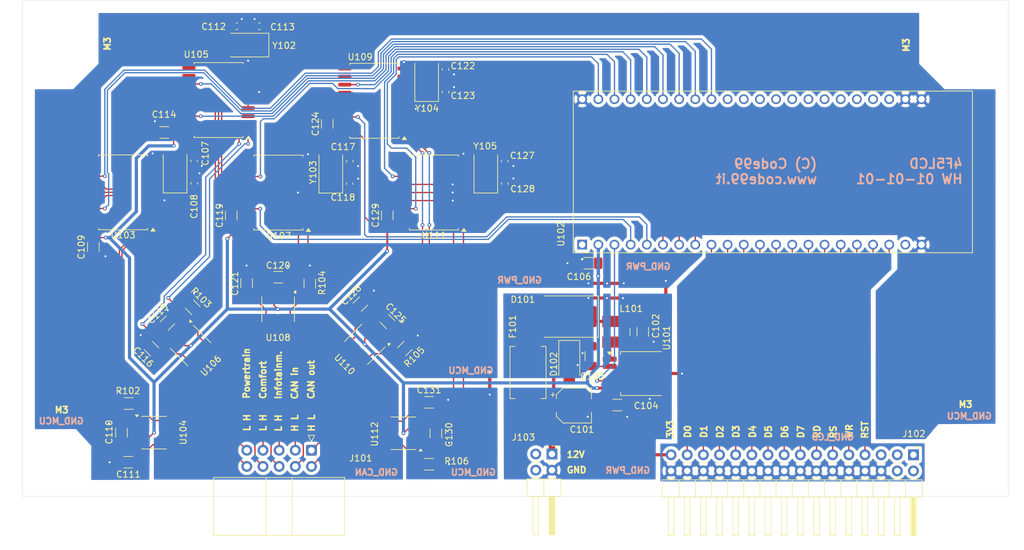
<source format=kicad_pcb>
(kicad_pcb (version 20241229) (generator "pcbnew") (generator_version "9.0")
  (layers (0 "F.Cu" signal) (2 "B.Cu" signal) (13 "F.Paste" user) (15 "B.Paste" user) (5 "F.SilkS" user "F.Silkscreen") (7 "B.SilkS" user "B.Silkscreen") (1 "F.Mask" user) (3 "B.Mask" user) (25 "Edge.Cuts" user))
  (net 0 "")
  (net 1 "MISO300")
  (net 2 "INT310")
  (net 3 "+3.3V")
  (net 4 "MOSI300")
  (net 5 "CS310")
  (net 6 "SCK300")
  (net 7 "CS320")
  (net 8 "INT320")
  (net 9 "INT330")
  (net 10 "CS330")
  (net 11 "CS340")
  (net 12 "INT340")
  (net 13 "INT350")
  (net 14 "CS350")
  (net 15 "Net-(U103-OSC1)")
  (net 16 "Net-(U103-OSC2)")
  (net 17 "Net-(U104-Vref)")
  (net 18 "Net-(U105-OSC1)")
  (net 19 "Net-(U105-OSC2)")
  (net 20 "Net-(U106-Vref)")
  (net 21 "Net-(U107-OSC1)")
  (net 22 "Net-(U107-OSC2)")
  (net 23 "Net-(U108-Vref)")
  (net 24 "Net-(U109-OSC1)")
  (net 25 "Net-(U109-OSC2)")
  (net 26 "Net-(U110-Vref)")
  (net 27 "Net-(U111-OSC1)")
  (net 28 "Net-(U111-OSC2)")
  (net 29 "Net-(U112-Vref)")
  (net 30 "CAR_15")
  (net 31 "Net-(D101-K)")
  (net 32 "Net-(J101-Pin_4)")
  (net 33 "Net-(J101-Pin_2)")
  (net 34 "Net-(J101-Pin_6)")
  (net 35 "Net-(J101-Pin_9)")
  (net 36 "Net-(J101-Pin_10)")
  (net 37 "Net-(J101-Pin_5)")
  (net 38 "Net-(J101-Pin_3)")
  (net 39 "Net-(J101-Pin_1)")
  (net 40 "Net-(J101-Pin_7)")
  (net 41 "Net-(J101-Pin_8)")
  (net 42 "Net-(U104-Rs)")
  (net 43 "Net-(U106-Rs)")
  (net 44 "Net-(U108-Rs)")
  (net 45 "Net-(U110-Rs)")
  (net 46 "Net-(U112-Rs)")
  (net 47 "Net-(U101-IN)")
  (net 48 "Net-(U101-DELAY)")
  (net 49 "VREG_RO")
  (net 50 "LCD_D4")
  (net 51 "LCD_RS")
  (net 52 "LCD_D2")
  (net 53 "LCD_D6")
  (net 54 "LCD_D0")
  (net 55 "LCD_D7")
  (net 57 "LCD_D1")
  (net 58 "LCD_D3")
  (net 59 "LCD_WR")
  (net 62 "Net-(U103-RXCAN)")
  (net 64 "Net-(U103-TXCAN)")
  (net 67 "Net-(U105-TXCAN)")
  (net 68 "Net-(U105-RXCAN)")
  (net 72 "Net-(U107-TXCAN)")
  (net 73 "Net-(U107-RXCAN)")
  (net 76 "Net-(U109-RXCAN)")
  (net 77 "Net-(U109-TXCAN)")
  (net 83 "Net-(U111-RXCAN)")
  (net 85 "Net-(U111-TXCAN)")
  (net 86 "Net-(D101-A)")
  (net 91 "LCD_D5")
  (net 99 "LCD_RD")
  (net 103 "GND_PWR")
  (net 104 "GND_MCU")
  (net 105 "GND_LCD")
  (net 106 "LCD_RST")
  (footprint "MountingHole:MountingHole_3.2mm_M3" (layer "F.Cu") (at 76.5 55)
    (property "Reference" "REF**" (hide yes))
    (property "Value" "MountingHole_3.2mm_M3")
  )
  (footprint "Package_SO:SOIC-8_3.9x4.9mm_P1.27mm" (layer "F.Cu") (at 130.434974 116.083862 180)
    (property "Reference" "U112")
    (property "Value" "SN65HVD230")
  )
  (footprint "Capacitor_SMD:C_1206_3216Metric" (layer "F.Cu") (at 135.538525 116.097258 -90)
    (property "Reference" "C130")
    (property "Value" "100n")
  )
  (footprint "Resistor_SMD:R_1206_3216Metric" (layer "F.Cu") (at 134.461604 120.954859)
    (property "Reference" "R106")
    (property "Value" "10k 1206")
  )
  (footprint "Capacitor_SMD:C_0603_1608Metric" (layer "F.Cu") (at 97.54457 76.812727 -90)
    (property "Reference" "C108")
    (property "Value" "22p")
  )
  (footprint "Crystal:Crystal_SMD_Abracon_ABM3-2Pin_5.0x3.2mm" (layer "F.Cu") (at 119.018752 75.070624 90)
    (property "Reference" "Y103")
    (property "Value" "16000000")
  )
  (footprint "Capacitor_SMD:C_1206_3216Metric" (layer "F.Cu") (at 81.696979 86.793754 -90)
    (property "Reference" "C109")
    (property "Value" "100n")
  )
  (footprint "Resistor_SMD:R_1206_3216Metric" (layer "F.Cu") (at 97.30735 96.289153 135)
    (property "Reference" "R103")
    (property "Value" "10k 1206")
  )
  (footprint "Capacitor_SMD:C_0603_1608Metric" (layer "F.Cu") (at 146.363693 76.827619 -90)
    (property "Reference" "C128")
    (property "Value" "22p")
  )
  (footprint "Capacitor_SMD:C_0603_1608Metric" (layer "F.Cu") (at 97.54457 73.26131 -90)
    (property "Reference" "C107")
    (property "Value" "22p")
  )
  (footprint "Package_SO:SOIC-18W_7.5x11.6mm_P1.27mm" (layer "F.Cu") (at 110.78 78.25 180)
    (property "Reference" "U107")
    (property "Value" "MCP2515-xSO")
  )
  (footprint "Capacitor_SMD:C_0603_1608Metric" (layer "F.Cu") (at 121.990248 73.300024 -90)
    (property "Reference" "C117")
    (property "Value" "22p")
  )
  (footprint "Crystal:Crystal_SMD_Abracon_ABM3-2Pin_5.0x3.2mm" (layer "F.Cu") (at 143.383014 75.053905 90)
    (property "Reference" "Y105")
    (property "Value" "16000000")
  )
  (footprint "Connector_IDC:IDC-Header_2x05_P2.54mm_Horizontal" (layer "F.Cu") (at 115.976851 118.75 -90)
    (property "Reference" "J101")
    (property "Value" "Conn_01x10_Pin")
  )
  (footprint "Crystal:Crystal_SMD_Abracon_ABM3-2Pin_5.0x3.2mm" (layer "F.Cu") (at 94.535212 75.037019 90)
    (property "Reference" "Y101" (hide yes))
    (property "Value" "16000000")
  )
  (footprint "Capacitor_SMD:C_1206_3216Metric_Pad1.33x1.80mm_HandSolder" (layer "F.Cu") (at 168.050346 100.123956 -90)
    (property "Reference" "C102")
    (property "Value" "100n")
  )
  (footprint "Capacitor_SMD:C_1206_3216Metric" (layer "F.Cu") (at 105.785227 92.477542 90)
    (property "Reference" "C121")
    (property "Value" "100n")
  )
  (footprint "Capacitor_SMD:C_1206_3216Metric" (layer "F.Cu") (at 123.670125 95.77866 45)
    (property "Reference" "C126")
    (property "Value" "100n")
  )
  (footprint "Package_SO:SOIC-18W_7.5x11.6mm_P1.27mm" (layer "F.Cu") (at 125.862321 63.81994 180)
    (property "Reference" "U109")
    (property "Value" "MCP2515-xSO")
  )
  (footprint "Capacitor_SMD:C_0603_1608Metric" (layer "F.Cu") (at 137.049688 58.894414 -90)
    (property "Reference" "C122")
    (property "Value" "22p")
  )
  (footprint "Package_TO_SOT_SMD:TO-252-4" (layer "F.Cu") (at 167.891289 106.701429)
    (property "Reference" "U101")
    (property "Value" "TLS850C2TEV33")
  )
  (footprint "ESP32-S3-DEVKIT:XCVR_ESP32-S3-DEVKITC-1U-N8R2" (layer "F.Cu") (at 188.5 75 90)
    (property "Reference" "U102")
    (property "Value" "ESP32-S3-DEVKITC-1U-N8R2")
  )
  (footprint "Capacitor_SMD:C_0603_1608Metric" (layer "F.Cu") (at 104.247733 52.100646)
    (property "Reference" "C112")
    (property "Value" "22p")
  )
  (footprint "Capacitor_SMD:C_0603_1608Metric" (layer "F.Cu") (at 146.363693 73.290687 -90)
    (property "Reference" "C127")
    (property "Value" "22p")
  )
  (footprint "MountingHole:MountingHole_3.2mm_M3" (layer "F.Cu") (at 76.5 120)
    (property "Reference" "REF**" (hide yes))
    (property "Value" "MountingHole_3.2mm_M3")
  )
  (footprint "Capacitor_SMD:C_0603_1608Metric" (layer "F.Cu") (at 137.049688 62.439277 -90)
    (property "Reference" "C123")
    (property "Value" "22p")
  )
  (footprint "Resistor_SMD:R_1206_3216Metric" (layer "F.Cu") (at 115.718605 92.549146 90)
    (property "Reference" "R104")
    (property "Value" "10k 1206")
  )
  (footprint "Capacitor_SMD:C_1206_3216Metric" (layer "F.Cu") (at 93.316142 98.736437 45)
    (property "Reference" "C115")
    (property "Value" "100n")
  )
  (footprint "Capacitor_SMD:C_1206_3216Metric" (layer "F.Cu") (at 118.457399 67.429912 90)
    (property "Reference" "C124")
    (property "Value" "100n")
  )
  (footprint "Crystal:Crystal_SMD_Abracon_ABM3-2Pin_5.0x3.2mm" (layer "F.Cu") (at 134.079667 60.660002 90)
    (property "Reference" "Y104")
    (property "Value" "16000000")
  )
  (footprint "Capacitor_SMD:C_1206_3216Metric" (layer "F.Cu") (at 92.839272 68.799815 180)
    (property "Reference" "C114")
    (property "Value" "100n")
  )
  (footprint "Fuse:Fuse_Bourns_MF-SM_7.98x5.44mm" (layer "F.Cu") (at 150.01348 106.529287 90)
    (property "Reference" "F101")
    (property "Value" "2A")
  )
  (footprint "Capacitor_SMD:C_1206_3216Metric" (layer "F.Cu") (at 103.375069 81.861746 90)
    (property "Reference" "C119")
    (property "Value" "100n")
  )
  (footprint "Capacitor_SMD:C_1206_3216Metric" (layer "F.Cu") (at 87.16962 120.627027 180)
    (property "Reference" "C111")
    (property "Value" "100n")
  )
  (footprint "Package_SO:SOIC-8_3.9x4.9mm_P1.27mm" (layer "F.Cu") (at 91.234908 115.978485)
    (property "Reference" "U104")
    (property "Value" "SN65HVD230")
  )
  (footprint "Package_SO:SOIC-18W_7.5x11.6mm_P1.27mm" (layer "F.Cu") (at 101.362321 63.705243 180)
    (property "Reference" "U105")
    (property "Value" "MCP2515-xSO")
  )
  (footprint "Capacitor_SMD:C_1206_3216Metric" (layer "F.Cu") (at 90.836008 102.793344 135)
    (property "Reference" "C116")
    (property "Value" "100n")
  )
  (footprint "Capacitor_SMD:C_1206_3216Metric" (layer "F.Cu") (at 127.893359 81.827722 90)
    (property "Reference" "C129")
    (property "Value" "100n")
  )
  (footprint "Diode_SMD:D_SMC" (layer "F.Cu") (at 156.154181 97.737807 180)
    (property "Reference" "D101")
    (property "Value" "MBRS340")
  )
  (footprint "Connector_PinHeader_2.54mm:PinHeader_2x16_P2.54mm_Horizontal" (layer "F.Cu") (at 210.6 119.46 -90)
    (property "Reference" "J102")
    (property "Value" "Conn_02x16_Top_Bottom")
  )
  (footprint "Capacitor_SMD:C_1206_3216Metric" (layer "F.Cu") (at 86.114279 115.980334 90)
    (property "Reference" "C110")
    (property "Value" "100n")
  )
  (footprint "Package_SO:SOIC-18W_7.5x11.6mm_P1.27mm" (layer "F.Cu") (at 135.222973 78.233286 180)
    (property "Reference" "U111")
    (property "Value" "MCP2515-xSO")
  )
  (footprint "Capacitor_SMD:C_0603_1608Metric" (layer "F.Cu") (at 121.990248 76.842292 -90)
    (property "Reference" "C118")
    (property "Value" "22p")
  )
  (footprint "Capacitor_SMD:C_1206_3216Metric" (layer "F.Cu") (at 127.922879 98.510562 -45)
    (property "Reference" "C125")
    (property "Value" "100n")
  )
  (footprint "Capacitor_SMD:C_1206_3216Metric" (layer "F.Cu") (at 134.461604 111.216744)
    (property "Reference" "C131")
    (property "Value" "100n")
  )
  (footprint "Package_SO:SOIC-8_3.9x4.9mm_P1.27mm" (layer "F.Cu") (at 124.347707 102.099228 -135)
    (property "Reference" "U110")
    (property "Value" "SN65HVD230")
  )
  (footprint "Crystal:Crystal_SMD_Abracon_ABM3-2Pin_5.0x3.2mm" (layer "F.Cu") (at 106.017918 55.060396 180)
    (property "Reference" "Y102")
    (property "Value" "16000000")
  )
  (footprint "Capacitor_SMD:C_1206_3216Metric_Pad1.33x1.80mm_HandSolder" (layer "F.Cu") (at 164.051289 111.63972)
    (property "Reference" "C104")
    (property "Value" "1u")
  )
  (footprint "Capacitor_SMD:C_1206_3216Metric" (layer "F.Cu") (at 110.754265 91.549209)
    (property "Reference" "C120")
    (property "Value" "100n")
  )
  (footprint "Package_SO:SOIC-18W_7.5x11.6mm_P1.27mm" (layer "F.Cu") (at 86.362321 78.205243 180)
    (property "Reference" "U103")
    (property "Value" "MCP2515-xSO")
  )
  (footprint "Resistor_SMD:R_1206_3216Metric" (layer "F.Cu") (at 130.654781 102.763316 45)
    (property "Reference" "R105")
    (property "Value" "10k 1206")
  )
  (footprint "Capacitor_SMD:C_1206_3216Metric_Pad1.33x1.80mm_HandSolder" (layer "F.Cu") (at 159.889024 103.962544 90)
    (property "Reference" "C103")
    (property "Value" "100n")
  )
  (footprint "Connector_PinHeader_2.54mm:PinHeader_2x02_P2.54mm_Horizontal" (layer "F.Cu") (at 153.775 119.34 -90)
    (property "Reference" "J103")
    (property "Value" "02x02")
  )
  (footprint "MountingHole:MountingHole_3.2mm_M3" (layer "F.Cu") (at 218.5 120)
    (property "Reference" "REF**" (hide yes))
    (property "Value" "MountingHole_3.2mm_M3")
  )
  (footprint "Capacitor_SMD:C_1206_3216Metric_Pad1.33x1.80mm_HandSolder" (layer "F.Cu") (at 159.492236 89.349231 180)
    (property "Reference" "C106")
    (property "Value" "100nF")
  )
  (footprint "Capacitor_SMD:C_0603_1608Metric" (layer "F.Cu") (at 107.788103 52.100646)
    (property "Reference" "C113")
    (property "Value" "22p")
  )
  (footprint "MountingHole:MountingHole_3.2mm_M3" (layer "F.Cu") (at 218.5 55)
    (property "Reference" "REF**" (hide yes))
    (property "Value" "MountingHole_3.2mm_M3")
  )
  (footprint "Capacitor_SMD:CP_Elec_5x5.9" (layer "F.Cu") (at 157.226219 111.708884)
    (property "Reference" "C101")
    (property "Value" "10uF")
  )
  (footprint "Inductor_SMD:L_Ferrocore_DLG-0403" (layer "F.Cu") (at 163.935103 100.123956 -90)
    (property "Reference" "L101")
    (property "Value" "4.7uH")
  )
  (footprint "Package_SO:SOIC-8_3.9x4.9mm_P1.27mm" (layer "F.Cu") (at 110.729565 96.589205 -90)
    (property "Reference" "U108")
    (property "Value" "SN65HVD230")
  )
  (footprint "Resistor_SMD:R_1206_3216Metric" (layer "F.Cu") (at 87.257493 111.398289 180)
    (property "Reference" "R102")
    (property "Value" "10k 1206")
  )
  (footprint "Diode_SMD:D_SMA" (layer "F.Cu") (at 156.5 105 -90)
    (property "Reference" "D102")
    (property "Value" "SMAJ33A")
  )
  (footprint "Package_SO:SOIC-8_3.9x4.9mm_P1.27mm" (layer "F.Cu") (at 96.978855 102.300603 -45)
    (property "Reference" "U106")
    (property "Value" "SN65HVD230")
  )
  (gr_line (start 171.674969 104.579019) (end 171.674969 92.104093) (stroke (width 0.5)) (layer "F.Cu") (net 103))
  (gr_line (start 174.218773 106.685293) (end 170.911491 106.679571) (stroke (width 0.5)) (layer "F.Cu") (net 103))
  (gr_rect (start 70.5 48) (end 225.5 126) (stroke (width 0.05)) (fill no) (layer "Edge.Cuts"))
  (gr_text "L H" (at 111.364565 115.937713 90) (layer "F.SilkS") (effects (font (size 1 1) (thickness 0.25) (bold yes)) (justify left bottom)))
  (gr_text "M3" (at 210.050462 56.268315 90) (layer "F.SilkS") (effects (font (size 1 1) (thickness 0.25) (bold yes)) (justify left bottom)))
  (gr_text "D2\n" (at 180.790661 116.981868 90) (layer "F.SilkS") (effects (font (size 1 1) (thickness 0.25) (bold yes)) (justify left bottom)))
  (gr_text "WR" (at 201.098753 116.981868 90) (layer "F.SilkS") (effects (font (size 1 1) (thickness 0.25) (bold yes)) (justify left bottom)))
  (gr_text "CAN out" (at 116.510176 110.834785 90) (layer "F.SilkS") (effects (font (size 1 1) (thickness 0.25) (bold yes)) (justify left bottom)))
  (gr_text "3V3" (at 172.947471 117 90) (layer "F.SilkS") (effects (font (size 1 1) (thickness 0.25) (bold yes)) (justify left bottom)))
  (gr_text "H L" (at 113.946601 115.959223 90) (layer "F.SilkS") (effects (font (size 1 1) (thickness 0.25) (bold yes)) (justify left bottom)))
  (gr_text "GND" (at 155.967252 122.436442 0) (layer "F.SilkS") (effects (font (size 1 1) (thickness 0.25) (bold yes)) (justify left bottom)))
  (gr_text "D5" (at 188.399703 116.981868 90) (layer "F.SilkS") (effects (font (size 1 1) (thickness 0.25) (bold yes)) (justify left bottom)))
  (gr_text "L H" (at 106.429804 115.879159 90) (layer "F.SilkS") (effects (font (size 1 1) (thickness 0.25) (bold yes)) (justify left bottom)))
  (gr_text "D6" (at 190.970677 116.981868 90) (layer "F.SilkS") (effects (font (size 1 1) (thickness 0.25) (bold yes)) (justify left bottom)))
  (gr_text "M3" (at 75.5 113 0) (layer "F.SilkS") (effects (font (size 1 1) (thickness 0.25) (bold yes)) (justify left bottom)))
  (gr_text "Comfort" (at 108.941929 110.812814 90) (layer "F.SilkS") (effects (font (size 1 1) (thickness 0.25) (bold yes)) (justify left bottom)))
  (gr_text "D0" (at 175.700653 116.955899 90) (layer "F.SilkS") (effects (font (size 1 1) (thickness 0.25) (bold yes)) (justify left bottom)))
  (gr_text "RD" (at 196.034715 116.981868 90) (layer "F.SilkS") (effects (font (size 1 1) (thickness 0.25) (bold yes)) (justify left bottom)))
  (gr_text "H L" (at 116.576697 115.938834 90) (layer "F.SilkS") (effects (font (size 1 1) (thickness 0.25) (bold yes)) (justify left bottom)))
  (gr_text "Infotainm." (at 111.364565 110.851975 90) (layer "F.SilkS") (effects (font (size 1 1) (thickness 0.25) (bold yes)) (justify left bottom)))
  (gr_text "M3" (at 84.477412 56.070244 90) (layer "F.SilkS") (effects (font (size 1 1) (thickness 0.25) (bold yes)) (justify left bottom)))
  (gr_text "M3" (at 217.57716 112.124336 0) (layer "F.SilkS") (effects (font (size 1 1) (thickness 0.25) (bold yes)) (justify left bottom)))
  (gr_text "D3" (at 183.309696 116.955899 90) (layer "F.SilkS") (effects (font (size 1 1) (thickness 0.25) (bold yes)) (justify left bottom)))
  (gr_text "RS" (at 198.579719 117.007838 90) (layer "F.SilkS") (effects (font (size 1 1) (thickness 0.25) (bold yes)) (justify left bottom)))
  (gr_text "D4" (at 185.906638 116.955899 90) (layer "F.SilkS") (effects (font (size 1 1) (thickness 0.25) (bold yes)) (justify left bottom)))
  (gr_text "Powertrain" (at 106.353618 110.77734 90) (layer "F.SilkS") (effects (font (size 1 1) (thickness 0.25) (bold yes)) (justify left bottom)))
  (gr_text "D7" (at 193.489711 116.981868 90) (layer "F.SilkS") (effects (font (size 1 1) (thickness 0.25) (bold yes)) (justify left bottom)))
  (gr_text "RST" (at 203.558533 117.056685 90) (layer "F.SilkS") (effects (font (size 1 1) (thickness 0.25) (bold yes)) (justify left bottom)))
  (gr_text "12V" (at 155.967252 120.005191 0) (layer "F.SilkS") (effects (font (size 1 1) (thickness 0.25) (bold yes)) (justify left bottom)))
  (gr_text "L H" (at 108.965542 115.891332 90) (layer "F.SilkS") (effects (font (size 1 1) (thickness 0.25) (bold yes)) (justify left bottom)))
  (gr_text "D1" (at 178.245657 116.955899 90) (layer "F.SilkS") (effects (font (size 1 1) (thickness 0.25) (bold yes)) (justify left bottom)))
  (gr_text "CAN in" (at 113.919514 110.867073 90) (layer "F.SilkS") (effects (font (size 1 1) (thickness 0.25) (bold yes)) (justify left bottom)))
  (gr_text "GND_MCU" (at 80.307929 114.744934 0) (layer "B.SilkS") (effects (font (size 1 1) (thickness 0.25) (bold yes)) (justify left bottom mirror)))
  (gr_text "GND_MCU" (at 145.084033 122.803747 0) (layer "B.SilkS") (effects (font (size 1 1) (thickness 0.25) (bold yes)) (justify left bottom mirror)))
  (gr_text "GND_CAN" (at 129.70005 122.803747 0) (layer "B.SilkS") (effects (font (size 1 1) (thickness 0.25) (bold yes)) (justify left bottom mirror)))
  (gr_text "GND_PWR" (at 152.335153 92.599691 0) (layer "B.SilkS") (effects (font (size 1 1) (thickness 0.25) (bold yes)) (justify left bottom mirror)))
  (gr_text "GND_MCU" (at 223.043789 113.960937 0) (layer "B.SilkS") (effects (font (size 1 1) (thickness 0.25) (bold yes)) (justify left bottom mirror)))
  (gr_text "GND_LCD" (at 201.381561 117.263688 0) (layer "B.SilkS") (effects (font (size 1 1) (thickness 0.25) (bold yes)) (justify left bottom mirror)))
  (gr_text "GND_PWR" (at 169.347363 122.494002 0) (layer "B.SilkS") (effects (font (size 1 1) (thickness 0.25) (bold yes)) (justify left bottom mirror)))
  (gr_text "(C) Code99\nwww.code99.it" (at 195.624786 77.016711 0) (layer "B.SilkS") (effects (font (size 1.5 1.5) (thickness 0.3) (bold yes)) (justify left bottom mirror)))
  (gr_text "GND_MCU" (at 144.69254 106.804835 0) (layer "B.SilkS") (effects (font (size 1 1) (thickness 0.25) (bold yes)) (justify left bottom mirror)))
  (gr_text "4F5LCD\nHW 01-01-01" (at 218.5 77 0) (layer "B.SilkS") (effects (font (size 1.5 1.5) (thickness 0.3) (bold yes)) (justify left bottom mirror)))
  (gr_text "GND_PWR" (at 172.558517 90.446465 0) (layer "B.SilkS") (effects (font (size 1 1) (thickness 0.25) (bold yes)) (justify left bottom mirror)))
  (segment (start 119.945045 65.08994) (end 119.086033 64.230928) (width 0.2) (layer "F.Cu") (net 1))
  (segment (start 86.862321 64.705243) (end 86.862321 77.594147) (width 0.2) (layer "F.Cu") (net 1))
  (segment (start 124.760713 64.313282) (end 125.328771 64.88134) (width 0.2) (layer "F.Cu") (net 1))
  (segment (start 171.23 80.65051) (end 171.23 86.43) (width 0.2) (layer "F.Cu") (net 1))
  (segment (start 111.362321 77.41779) (end 110.005847 78.774264) (width 0.2) (layer "F.Cu") (net 1))
  (segment (start 111.362321 69.506554) (end 111.362321 77.41779) (width 0.2) (layer "F.Cu") (net 1))
  (segment (start 82.97607 79.475243) (end 81.712321 79.475243) (width 0.2) (layer "F.Cu") (net 1))
  (segment (start 110.005847 78.774264) (end 108.142349 78.774264) (width 0.2) (layer "F.Cu") (net 1))
  (segment (start 83.74607 78.705243) (end 82.97607 79.475243) (width 0.2) (layer "F.Cu") (net 1))
  (segment (start 108.142349 78.774264) (end 107.396613 79.52) (width 0.2) (layer "F.Cu") (net 1))
  (segment (start 100.862321 77.728267) (end 101.839297 78.705243) (width 0.2) (layer "F.Cu") (net 1))
  (segment (start 121.212321 65.08994) (end 122.485888 65.08994) (width 0.2) (layer "F.Cu") (net 1))
  (segment (start 122.485888 65.08994) (end 123.262546 64.313282) (width 0.2) (layer "F.Cu") (net 1))
  (segment (start 96.712321 64.975243) (end 97.977307 64.975243) (width 0.2) (layer "F.Cu") (net 1))
  (segment (start 104.100172 78.705243) (end 104.870172 79.475243) (width 0.2) (layer "F.Cu") (net 1))
  (segment (start 143.4954 79.663338) (end 170.242828 79.663338) (width 0.2) (layer "F.Cu") (net 1))
  (segment (start 100.862321 64.48063) (end 100.862321 77.728267) (width 0.2) (layer "F.Cu") (net 1))
  (segment (start 170.242828 79.663338) (end 171.23 80.65051) (width 0.2) (layer "F.Cu") (net 1))
  (segment (start 137.62219 81.400551) (end 141.758187 81.400551) (width 0.2) (layer "F.Cu") (net 1))
  (segment (start 135.724925 79.503286) (end 137.62219 81.400551) (width 0.2) (layer "F.Cu") (net 1))
  (segment (start 86.862321 77.594147) (end 85.751225 78.705243) (width 0.2) (layer "F.Cu") (net 1))
  (segment (start 96.712321 64.975243) (end 95.446138 64.975243) (width 0.2) (layer "F.Cu") (net 1))
  (segment (start 119.086033 64.230928) (end 116.637947 64.230928) (width 0.2) (layer "F.Cu") (net 1))
  (segment (start 104.870172 79.475243) (end 105.712321 79.475243) (width 0.2) (layer "F.Cu") (net 1))
  (segment (start 128.511772 78.705243) (end 129.309815 79.503286) (width 0.2) (layer "F.Cu") (net 1))
  (segment (start 123.262546 64.313282) (end 124.760713 64.313282) (width 0.2) (layer "F.Cu") (net 1))
  (segment (start 116.637947 64.230928) (end 111.362321 69.506554) (width 0.2) (layer "F.Cu") (net 1))
  (segment (start 87.362321 64.205243) (end 86.862321 64.705243) (width 0.2) (layer "F.Cu") (net 1))
  (segment (start 98.747307 64.205243) (end 100.586934 64.205243) (width 0.2) (layer "F.Cu") (net 1))
  (segment (start 107.396613 79.52) (end 106.13 79.52) (width 0.2) (layer "F.Cu") (net 1))
  (segment (start 95.446138 64.975243) (end 94.676138 64.205243) (width 0.2) (layer "F.Cu") (net 1))
  (segment (start 129.309815 79.503286) (end 130.572973 79.503286) (width 0.2) (layer "F.Cu") (net 1))
  (segment (start 121.212321 65.08994) (end 119.945045 65.08994) (width 0.2) (layer "F.Cu") (net 1))
  (segment (start 94.676138 64.205243) (end 87.362321 64.205243) (width 0.2) (layer "F.Cu") (net 1))
  (segment (start 100.586934 64.205243) (end 100.862321 64.48063) (width 0.2) (layer "F.Cu") (net 1))
  (segment (start 97.977307 64.975243) (end 98.747307 64.205243) (width 0.2) (layer "F.Cu") (net 1))
  (segment (start 85.751225 78.705243) (end 83.74607 78.705243) (width 0.2) (layer "F.Cu") (net 1))
  (segment (start 125.328771 64.88134) (end 125.328771 77.390767) (width 0.2) (layer "F.Cu") (net 1))
  (segment (start 126.643247 78.705243) (end 128.511772 78.705243) (width 0.2) (layer "F.Cu") (net 1))
  (segment (start 130.572973 79.503286) (end 135.724925 79.503286) (width 0.2) (layer "F.Cu") (net 1))
  (segment (start 101.839297 78.705243) (end 104.100172 78.705243) (width 0.2) (layer "F.Cu") (net 1))
  (segment (start 141.758187 81.400551) (end 143.4954 79.663338) (width 0.2) (layer "F.Cu") (net 1))
  (segment (start 125.328771 77.390767) (end 126.643247 78.705243) (width 0.2) (layer "F.Cu") (net 1))
  (segment (start 83.489741 75.665243) (end 83.496336 75.658648) (width 0.2) (layer "F.Cu") (net 2))
  (segment (start 81.712321 75.665243) (end 83.489741 75.665243) (width 0.2) (layer "F.Cu") (net 2))
  (via (at 83.496336 75.658648) (size 0.6) (drill 0.3) (layers "F.Cu" "B.Cu") (net 2))
  (segment (start 105.188323 65) (end 109.5 65) (width 0.2) (layer "B.Cu") (net 2))
  (segment (start 126.495 56.1695) (end 128.55205 54.11245) (width 0.2) (layer "B.Cu") (net 2))
  (segment (start 115.021958 59.478042) (end 125.454858 59.478042) (width 0.2) (layer "B.Cu") (net 2))
  (segment (start 83.496336 75.658648) (end 83.496336 62.003664) (width 0.2) (layer "B.Cu") (net 2))
  (segment (start 86.5 59) (end 99.188323 59) (width 0.2) (layer "B.Cu") (net 2))
  (segment (start 83.496336 62.003664) (end 86.5 59) (width 0.2) (layer "B.Cu") (net 2))
  (segment (start 177.277642 54.11245) (end 178.85 55.684808) (width 0.2) (layer "B.Cu") (net 2))
  (segment (start 99.188323 59) (end 105.188323 65) (width 0.2) (layer "B.Cu") (net 2))
  (segment (start 178.85 55.684808) (end 178.85 63.57) (width 0.2) (layer "B.Cu") (net 2))
  (segment (start 128.55205 54.11245) (end 177.277642 54.11245) (width 0.2) (layer "B.Cu") (net 2))
  (segment (start 126.495 58.4379) (end 126.495 56.1695) (width 0.2) (layer "B.Cu") (net 2))
  (segment (start 109.5 65) (end 115.021958 59.478042) (width 0.2) (layer "B.Cu") (net 2))
  (segment (start 125.454858 59.478042) (end 126.495 58.4379) (width 0.2) (layer "B.Cu") (net 2))
  (segment (start 127.893359 83.302722) (end 130.562409 83.302722) (width 0.2) (layer "F.Cu") (net 3))
  (segment (start 121.212321 67.62994) (end 121.212321 68.89994) (width 0.2) (layer "F.Cu") (net 3))
  (segment (start 94.314272 68.799815) (end 94.314272 70.874283) (width 0.2) (layer "F.Cu") (net 3))
  (segment (start 93.789083 100.008856) (end 94.779753 100.999526) (width 0.2) (layer "F.Cu") (net 3))
  (segment (start 103.375069 83.336746) (end 103.375069 84.888636) (width 0.2) (layer "F.Cu") (net 3))
  (segment (start 123.33201 68.89994) (end 124.361087 69.929017) (width 0.2) (layer "F.Cu") (net 3))
  (segment (start 109.279265 91.881385) (end 110.094565 92.696685) (width 0.2) (layer "F.Cu") (net 3))
  (segment (start 164.035594 119.46) (end 172.5 119.46) (width 0.5) (layer "F.Cu") (net 3))
  (segment (start 96.994076 102.307292) (end 97.000102 102.301266) (width 0.2) (layer "F.Cu") (net 3))
  (segment (start 126.64142 98.907489) (end 125.648783 99.900126) (width 0.2) (layer "F.Cu") (net 3))
  (segment (start 162.488789 109.343929) (end 162.851289 108.981429) (width 0.5) (layer "F.Cu") (net 3))
  (segment (start 109.279265 91.549209) (end 109.279265 91.881385) (width 0.2) (layer "F.Cu") (net 3))
  (segment (start 130.562409 83.302722) (end 130.572973 83.313286) (width 0.2) (layer "F.Cu") (net 3))
  (segment (start 96.712321 67.515243) (end 96.712321 68.785243) (width 0.2) (layer "F.Cu") (net 3))
  (segment (start 161.053427 91.384362) (end 161.054736 91.383053) (width 0.2) (layer "F.Cu") (net 3))
  (segment (start 125.579957 83.302722) (end 127.893359 83.302722) (width 0.2) (layer "F.Cu") (net 3))
  (segment (start 110.094565 94.114205) (end 110.094565 95.985281) (width 0.2) (layer "F.Cu") (net 3))
  (segment (start 106.13 82.06) (end 106.13 83.33) (width 0.2) (layer "F.Cu") (net 3))
  (segment (start 162.488789 111.63972) (end 162.488789 109.343929) (width 0.5) (layer "F.Cu") (net 3))
  (segment (start 121.207349 68.904912) (end 121.212321 68.89994) (width 0.2) (layer "F.Cu") (net 3))
  (segment (start 124.361087 82.037548) (end 124.337935 82.0607) (width 0.2) (layer "F.Cu") (net 3))
  (segment (start 132.909974 115.448862) (end 131.064999 115.448862) (width 0.2) (layer "F.Cu") (net 3))
  (segment (start 124.337935 82.0607) (end 125.579957 83.302722) (width 0.2) (layer "F.Cu") (net 3))
  (segment (start 162.488789 117.913195) (end 164.035594 119.46) (width 0.5) (layer "F.Cu") (net 3))
  (segment (start 103.375069 84.888636) (end 102.75313 85.510575) (width 0.2) (layer "F.Cu") (net 3))
  (segment (start 86.114279 117.455334) (end 86.414275 117.455334) (width 0.2) (layer "F.Cu") (net 3))
  (segment (start 92.502596 100.008856) (end 93.789083 100.008856) (width 0.2) (layer "F.Cu") (net 3))
  (segment (start 162.851289 108.981429) (end 160.854687 108.981429) (width 0.5) (layer "F.Cu") (net 3))
  (segment (start 90.587275 116.613485) (end 91.233742 115.967018) (width 0.2) (layer "F.Cu") (net 3))
  (segment (start 124.361087 69.929017) (end 124.361087 82.037548) (width 0.2) (layer "F.Cu") (net 3))
  (segment (start 126.879896 97.467579) (end 126.64142 97.706055) (width 0.2) (layer "F.Cu") (net 3))
  (segment (start 94.314272 68.799815) (end 96.697749 68.799815) (width 0.2) (layer "F.Cu") (net 3))
  (segment (start 125.599874 99.900126) (end 124.372731 101.127269) (width 0.2) (layer "F.Cu") (net 3))
  (segment (start 81.696979 85.318754) (end 81.696979 83.300585) (width 0.2) (layer "F.Cu") (net 3))
  (segment (start 94.779753 100.999527) (end 96.087518 102.307292) (width 0.2) (layer "F.Cu") (net 3))
  (segment (start 161.054736 89.349231) (end 161.054736 91.383053) (width 0.5) (layer "F.Cu") (net 3))
  (segment (start 125.648783 99.900126) (end 125.599874 99.900126) (width 0.2) (layer "F.Cu") (net 3))
  (segment (start 96.976 102.307292) (end 96.994076 102.307292) (width 0.2) (layer "F.Cu") (net 3))
  (segment (start 81.696979 85.318754) (end 83.631518 85.318754) (width 0.2) (layer "F.Cu") (net 3))
  (segment (start 81.712321 82.015243) (end 81.712321 83.285243) (width 0.2) (layer "F.Cu") (net 3))
  (segment (start 127.893359 83.302722) (end 127.893359 87.450775) (width 0.3) (layer "F.Cu") (net 3))
  (segment (start 92.273159 99.77942) (end 92.502596 100.008856) (width 0.2) (layer "F.Cu") (net 3))
  (segment (start 130.572973 82.043286) (end 130.572973 83.313286) (width 0.2) (layer "F.Cu") (net 3))
  (segment (start 110.094565 95.985281) (end 110.667674 96.55839) (width 0.2) (layer "F.Cu") (net 3))
  (segment (start 106.123254 83.336746) (end 106.13 83.33) (width 0.2) (layer "F.Cu") (net 3))
  (segment (start 103.375069 83.336746) (end 106.123254 83.336746) (width 0.2) (layer "F.Cu") (net 3))
  (segment (start 83.631518 85.318754) (end 83.632826 85.317446) (width 0.2) (layer "F.Cu") (net 3))
  (segment (start 134.39969 115.448862) (end 132.909974 115.448862) (width 0.2) (layer "F.Cu") (net 3))
  (segment (start 110.094565 92.696685) (end 110.094565 94.114205) (width 0.2) (layer "F.Cu") (net 3))
  (segment (start 88.759908 116.613485) (end 90.587275 116.613485) (width 0.2) (layer "F.Cu") (net 3))
  (segment (start 87.256124 116.613485) (end 88.759908 116.613485) (width 0.2) (layer "F.Cu") (net 3))
  (segment (start 121.212321 68.89994) (end 123.33201 68.89994) (width 0.2) (layer "F.Cu") (net 3))
  (segment (start 96.397569 102.307292) (end 96.976 102.307292) (width 0.2) (layer "F.Cu") (net 3))
  (segment (start 124.372731 101.127269) (end 124.372731 102.100279) (width 0.2) (layer "F.Cu") (net 3))
  (segment (start 126.64142 97.706055) (end 126.64142 98.907489) (width 0.2) (layer "F.Cu") (net 3))
  (segment (start 86.414275 117.455334) (end 87.256124 116.613485) (width 0.2) (layer "F.Cu") (net 3))
  (segment (start 160.854687 108.981429) (end 160.849029 108.975771) (width 0.2) (layer "F.Cu") (net 3))
  (segment (start 162.488789 111.63972) (end 162.488789 117.913195) (width 0.5) (layer "F.Cu") (net 3))
  (segment (start 96.087518 102.307292) (end 96.397569 102.307292) (width 0.2) (layer "F.Cu") (net 3))
  (segment (start 118.457399 68.904912) (end 121.207349 68.904912) (width 0.2) (layer "F.Cu") (net 3))
  (segment (start 94.314272 70.874283) (end 94.320155 70.880166) (width 0.2) (layer "F.Cu") (net 3))
  (segment (start 135.226294 114.622258) (end 134.39969 115.448862) (width 0.2) (layer "F.Cu") (net 3))
  (segment (start 81.696979 83.300585) (end 81.712321 83.285243) (width 0.2) (layer "F.Cu") (net 3))
  (segment (start 135.538525 114.622258) (end 135.226294 114.622258) (width 0.2) (layer "F.Cu") (net 3))
  (segment (start 96.697749 68.799815) (end 96.712321 68.785243) (width 0.2) (layer "F.Cu") (net 3))
  (segment (start 131.064999 115.448862) (end 130.43762 116.076241) (width 0.2) (layer "F.Cu") (net 3))
  (segment (start 127.893359 87.450775) (end 127.883817 87.460317) (width 0.4) (layer "F.Cu") (net 3))
  (via (at 91.233742 115.967018) (size 0.6) (drill 0.3) (layers "F.Cu" "B.Cu") (net 3))
  (via (at 127.883817 87.460317) (size 0.6) (drill 0.3) (layers "F.Cu" "B.Cu") (net 3))
  (via (at 110.667674 96.55839) (size 0.6) (drill 0.3) (layers "F.Cu" "B.Cu") (net 3))
  (via (at 124.372731 102.100279) (size 0.6) (drill 0.3) (layers "F.Cu" "B.Cu") (net 3))
  (via (at 160.849029 108.975771) (size 0.6) (drill 0.3) (layers "F.Cu" "B.Cu") (net 3))
  (via (at 102.75313 85.510575) (size 0.6) (drill 0.3) (layers "F.Cu" "B.Cu") (net 3))
  (via (at 130.43762 116.076241) (size 0.6) (drill 0.3) (layers "F.Cu" "B.Cu") (net 3))
  (via (at 97.000102 102.301266) (size 0.6) (drill 0.3) (layers "F.Cu" "B.Cu") (net 3))
  (via (at 83.632826 85.317446) (size 0.6) (drill 0.3) (layers "F.Cu" "B.Cu") (net 3))
  (via (at 94.320155 70.880166) (size 0.6) (drill 0.3) (layers "F.Cu" "B.Cu") (net 3))
  (via (at 161.054736 91.383053) (size 0.6) (drill 0.3) (layers "F.Cu" "B.Cu") (net 3))
  (segment (start 160.100054 108.975771) (end 159.372246 108.247963) (width 0.5) (layer "B.Cu") (net 3))
  (segment (start 84.191863 85.317446) (end 87.378133 88.503716) (width 0.5) (layer "B.Cu") (net 3))
  (segment (start 94.292865 70.907456) (end 94.320155 70.880166) (width 0.5) (layer "B.Cu") (net 3))
  (segment (start 159.372246 108.247963) (end 159.372246 107.254321) (width 0.5) (layer "B.Cu") (net 3))
  (segment (start 127.883817 87.460317) (end 118.830842 96.513292) (width 0.5) (layer "B.Cu") (net 3))
  (segment (start 102.742978 96.55839) (end 110.667674 96.55839) (width 0.5) (layer "B.Cu") (net 3))
  (segment (start 159.284939 108.160656) (end 159.372246 108.247963) (width 0.5) (layer "B.Cu") (net 3))
  (segment (start 84.364356 85.317446) (end 88.453196 81.228606) (width 0.5) (layer "B.Cu") (net 3))
  (segment (start 159.372246 107.254321) (end 161.07 105.556567) (width 0.5) (layer "B.Cu") (net 3))
  (segment (start 87.378133 88.503716) (end 87.378133 104.212017) (width 0.5) (layer "B.Cu") (net 3))
  (segment (start 102.75313 96.548238) (end 102.742978 96.55839) (width 0.5) (layer "B.Cu") (net 3))
  (segment (start 130.433108 108.160656) (end 159.284939 108.160656) (width 0.5) (layer "B.Cu") (net 3))
  (segment (start 160.849029 108.975771) (end 160.100054 108.975771) (width 0.5) (layer "B.Cu") (net 3))
  (segment (start 83.632826 85.317446) (end 84.191863 85.317446) (width 0.5) (layer "B.Cu") (net 3))
  (segment (start 83.632826 85.317446) (end 84.364356 85.317446) (width 0.5) (layer "B.Cu") (net 3))
  (segment (start 102.75313 85.510575) (end 102.75313 96.548238) (width 0.5) (layer "B.Cu") (net 3))
  (segment (start 91.233742 115.967018) (end 91.233742 108.067626) (width 0.5) (layer "B.Cu") (net 3))
  (segment (start 88.453196 72.841038) (end 90.386778 70.907456) (width 0.5) (layer "B.Cu") (net 3))
  (segment (start 161.07 105.556567) (end 161.07 86.43) (width 0.5) (layer "B.Cu") (net 3))
  (segment (start 130.43762 116.076241) (end 130.43762 108.258816) (width 0.5) (layer "B.Cu") (net 3))
  (segment (start 91.233742 108.067626) (end 97.000102 102.301266) (width 0.5) (layer "B.Cu") (net 3))
  (segment (start 110.667674 96.55839) (end 118.830842 96.55839) (width 0.5) (layer "B.Cu") (net 3))
  (segment (start 87.378133 104.212017) (end 91.233742 108.067626) (width 0.5) (layer "B.Cu") (net 3))
  (segment (start 130.43762 108.258816) (end 130.433108 108.254304) (width 0.5) (layer "B.Cu") (net 3))
  (segment (start 90.386778 70.907456) (end 94.292865 70.907456) (width 0.5) (layer "B.Cu") (net 3))
  (segment (start 118.830842 96.513292) (end 118.830842 96.55839) (width 0.5) (layer "B.Cu") (net 3))
  (segment (start 88.453196 81.228606) (end 88.453196 72.841038) (width 0.5) (layer "B.Cu") (net 3))
  (segment (start 130.433108 108.160656) (end 130.433108 108.254304) (width 0.5) (layer "B.Cu") (net 3))
  (segment (start 124.372731 102.100279) (end 130.433108 108.160656) (width 0.5) (layer "B.Cu") (net 3))
  (segment (start 97.000102 102.301266) (end 102.742978 96.55839) (width 0.5) (layer "B.Cu") (net 3))
  (segment (start 118.830842 96.55839) (end 124.372731 102.100279) (width 0.5) (layer "B.Cu") (net 3))
  (segment (start 86.362321 64.596482) (end 86.362321 77.473769) (width 0.2) (layer "F.Cu") (net 4))
  (segment (start 124.977018 63.81994) (end 125.862321 64.705243) (width 0.2) (layer "F.Cu") (net 4))
  (segment (start 86.362321 77.473769) (end 85.630847 78.205243) (width 0.2) (layer "F.Cu") (net 4))
  (segment (start 173.77 80.278842) (end 173.77 86.43) (width 0.2) (layer "F.Cu") (net 4))
  (segment (start 110.862321 69.301189) (end 116.34357 63.81994) (width 0.2) (layer "F.Cu") (net 4))
  (segment (start 96.712321 63.705243) (end 87.25356 63.705243) (width 0.2) (layer "F.Cu") (net 4))
  (segment (start 126.890364 78.233286) (end 130.572973 78.233286) (width 0.2) (layer "F.Cu") (net 4))
  (segment (start 102.024597 78.205243) (end 105.712321 78.205243) (width 0.2) (layer "F.Cu") (net 4))
  (segment (start 116.34357 63.81994) (end 121.212321 63.81994) (width 0.2) (layer "F.Cu") (net 4))
  (segment (start 125.862321 64.705243) (end 125.862321 77.205243) (width 0.2) (layer "F.Cu") (net 4))
  (segment (start 137.603974 80.127156) (end 142.413071 80.127156) (width 0.2) (layer "F.Cu") (net 4))
  (segment (start 125.862321 77.205243) (end 126.890364 78.233286) (width 0.2) (layer "F.Cu") (net 4))
  (segment (start 85.630847 78.205243) (end 81.712321 78.205243) (width 0.2) (layer "F.Cu") (net 4))
  (segment (start 130.572973 78.233286) (end 135.710104 78.233286) (width 0.2) (layer "F.Cu") (net 4))
  (segment (start 110.862321 77.205243) (end 110.862321 69.301189) (width 0.2) (layer "F.Cu") (net 4))
  (segment (start 101.362321 77.542967) (end 102.024597 78.205243) (width 0.2) (layer "F.Cu") (net 4))
  (segment (start 101.362321 64.346105) (end 101.362321 77.542967) (width 0.2) (layer "F.Cu") (net 4))
  (segment (start 172.753496 79.262338) (end 173.77 80.278842) (width 0.2) (layer "F.Cu") (net 4))
  (segment (start 106.13 78.25) (end 109.817564 78.25) (width 0.2) (layer "F.Cu") (net 4))
  (segment (start 143.277889 79.262338) (end 172.753496 79.262338) (width 0.2) (layer "F.Cu") (net 4))
  (segment (start 135.710104 78.233286) (end 137.603974 80.127156) (width 0.2) (layer "F.Cu") (net 4))
  (segment (start 87.25356 63.705243) (end 86.362321 64.596482) (width 0.2) (layer "F.Cu") (net 4))
  (segment (start 121.212321 63.81994) (end 124.977018 63.81994) (width 0.2) (layer "F.Cu") (net 4))
  (segment (start 96.712321 63.705243) (end 100.721459 63.705243) (width 0.2) (layer "F.Cu") (net 4))
  (segment (start 142.413071 80.127156) (end 143.277889 79.262338) (width 0.2) (layer "F.Cu") (net 4))
  (segment (start 100.721459 63.705243) (end 101.362321 64.346105) (width 0.2) (layer "F.Cu") (net 4))
  (segment (start 109.817564 78.25) (end 110.862321 77.205243) (width 0.2) (layer "F.Cu") (net 4))
  (segment (start 83.490705 80.745243) (end 83.496336 80.739612) (width 0.2) (layer "F.Cu") (net 5))
  (segment (start 81.712321 80.745243) (end 83.490705 80.745243) (width 0.2) (layer "F.Cu") (net 5))
  (via (at 83.496336 80.739612) (size 0.6) (drill 0.3) (layers "F.Cu" "B.Cu") (net 5))
  (segment (start 126.896 56.3356) (end 128.71815 54.51345) (width 0.2) (layer "B.Cu") (net 5))
  (segment (start 99.022223 59.401) (end 105.039184 65.417961) (width 0.2) (layer "B.Cu") (net 5))
  (segment (start 84.097336 80.138612) (end 84.097336 75.343207) (width 0.2) (layer "B.Cu") (net 5))
  (segment (start 115.188058 59.879042) (end 125.620958 59.879042) (width 0.2) (layer "B.Cu") (net 5))
  (segment (start 125.620958 59.879042) (end 126.896 58.604) (width 0.2) (layer "B.Cu") (net 5))
  (segment (start 176.31 56.041398) (end 176.31 63.57) (width 0.2) (layer "B.Cu") (net 5))
  (segment (start 109.649139 65.417961) (end 115.188058 59.879042) (width 0.2) (layer "B.Cu") (net 5))
  (segment (start 128.71815 54.51345) (end 174.782052 54.51345) (width 0.2) (layer "B.Cu") (net 5))
  (segment (start 83.897336 75.143207) (end 83.897336 62.169764) (width 0.2) (layer "B.Cu") (net 5))
  (segment (start 83.496336 80.739612) (end 84.097336 80.138612) (width 0.2) (layer "B.Cu") (net 5))
  (segment (start 105.039184 65.417961) (end 109.649139 65.417961) (width 0.2) (layer "B.Cu") (net 5))
  (segment (start 126.896 58.604) (end 126.896 56.3356) (width 0.2) (layer "B.Cu") (net 5))
  (segment (start 174.782052 54.51345) (end 176.31 56.041398) (width 0.2) (layer "B.Cu") (net 5))
  (segment (start 83.897336 62.169764) (end 86.6661 59.401) (width 0.2) (layer "B.Cu") (net 5))
  (segment (start 84.097336 75.343207) (end 83.897336 75.143207) (width 0.2) (layer "B.Cu") (net 5))
  (segment (start 86.6661 59.401) (end 99.022223 59.401) (width 0.2) (layer "B.Cu") (net 5))
  (segment (start 104.11114 77.705243) (end 104.88114 76.935243) (width 0.2) (layer "F.Cu") (net 6))
  (segment (start 82.979111 76.935243) (end 81.712321 76.935243) (width 0.2) (layer "F.Cu") (net 6))
  (segment (start 104.88114 76.935243) (end 105.712321 76.935243) (width 0.2) (layer "F.Cu") (net 6))
  (segment (start 130.572973 76.963286) (end 135.763169 76.963286) (width 0.2) (layer "F.Cu") (net 6))
  (segment (start 126.362321 76.996788) (end 127.124303 77.75877) (width 0.2) (layer "F.Cu") (net 6))
  (segment (start 126.362321 64.580811) (end 126.362321 76.996788) (width 0.2) (layer "F.Cu") (net 6))
  (segment (start 101.862321 77.380324) (end 102.18724 77.705243) (width 0.2) (layer "F.Cu") (net 6))
  (segment (start 96.712321 62.435243) (end 97.977306 62.435243) (width 0.2) (layer "F.Cu") (net 6))
  (segment (start 125.116397 63.334887) (end 126.362321 64.580811) (width 0.2) (layer "F.Cu") (net 6))
  (segment (start 101.862321 64.216018) (end 101.862321 77.380324) (width 0.2) (layer "F.Cu") (net 6))
  (segment (start 129.309817 76.963286) (end 130.572973 76.963286) (width 0.2) (layer "F.Cu") (net 6))
  (segment (start 87.147541 63.205243) (end 85.862321 64.490463) (width 0.2) (layer "F.Cu") (net 6))
  (segment (start 85.862321 77.370018) (end 85.527096 77.705243) (width 0.2) (layer "F.Cu") (net 6))
  (segment (start 109.625285 77.705243) (end 110.362321 76.968207) (width 0.2) (layer "F.Cu") (net 6))
  (segment (start 110.362321 69.12348) (end 116.084546 63.401255) (width 0.2) (layer "F.Cu") (net 6))
  (segment (start 128.514333 77.75877) (end 129.309817 76.963286) (width 0.2) (layer "F.Cu") (net 6))
  (segment (start 107.404692 76.98) (end 108.129935 77.705243) (width 0.2) (layer "F.Cu") (net 6))
  (segment (start 119.937348 62.54994) (end 121.212321 62.54994) (width 0.2) (layer "F.Cu") (net 6))
  (segment (start 97.977306 62.435243) (end 98.747306 63.205243) (width 0.2) (layer "F.Cu") (net 6))
  (segment (start 121.212321 62.54994) (end 122.477599 62.54994) (width 0.2) (layer "F.Cu") (net 6))
  (segment (start 137.661221 78.861338) (end 175.310628 78.861338) (width 0.2) (layer "F.Cu") (net 6))
  (segment (start 83.749111 77.705243) (end 82.979111 76.935243) (width 0.2) (layer "F.Cu") (net 6))
  (segment (start 106.13 76.98) (end 107.404692 76.98) (width 0.2) (layer "F.Cu") (net 6))
  (segment (start 95.445006 62.435243) (end 94.675006 63.205243) (width 0.2) (layer "F.Cu") (net 6))
  (segment (start 110.362321 76.968207) (end 110.362321 69.12348) (width 0.2) (layer "F.Cu") (net 6))
  (segment (start 176.31 79.86071) (end 176.31 86.43) (width 0.2) (layer "F.Cu") (net 6))
  (segment (start 175.310628 78.861338) (end 176.31 79.86071) (width 0.2) (layer "F.Cu") (net 6))
  (segment (start 122.477599 62.54994) (end 123.262546 63.334887) (width 0.2) (layer "F.Cu") (net 6))
  (segment (start 100.851546 63.205243) (end 101.862321 64.216018) (width 0.2) (layer "F.Cu") (net 6))
  (segment (start 135.763169 76.963286) (end 137.661221 78.861338) (width 0.2) (layer "F.Cu") (net 6))
  (segment (start 94.675006 63.205243) (end 87.147541 63.205243) (width 0.2) (layer "F.Cu") (net 6))
  (segment (start 102.18724 77.705243) (end 104.11114 77.705243) (width 0.2) (layer "F.Cu") (net 6))
  (segment (start 85.862321 64.490463) (end 85.862321 77.370018) (width 0.2) (layer "F.Cu") (net 6))
  (segment (start 123.262546 63.334887) (end 125.116397 63.334887) (width 0.2) (layer "F.Cu") (net 6))
  (segment (start 96.712321 62.435243) (end 95.445006 62.435243) (width 0.2) (layer "F.Cu") (net 6))
  (segment (start 116.084546 63.401255) (end 119.086033 63.401255) (width 0.2) (layer "F.Cu") (net 6))
  (segment (start 119.086033 63.401255) (end 119.937348 62.54994) (width 0.2) (layer "F.Cu") (net 6))
  (segment (start 108.129935 77.705243) (end 109.625285 77.705243) (width 0.2) (layer "F.Cu") (net 6))
  (segment (start 127.124303 77.75877) (end 128.514333 77.75877) (width 0.2) (layer "F.Cu") (net 6))
  (segment (start 98.747306 63.205243) (end 100.851546 63.205243) (width 0.2) (layer "F.Cu") (net 6))
  (segment (start 85.527096 77.705243) (end 83.749111 77.705243) (width 0.2) (layer "F.Cu") (net 6))
  (segment (start 98.575147 66.245243) (end 98.578481 66.241909) (width 0.2) (layer "F.Cu") (net 7))
  (segment (start 96.712321 66.245243) (end 98.575147 66.245243) (width 0.2) (layer "F.Cu") (net 7))
  (via (at 98.578481 66.241909) (size 0.6) (drill 0.3) (layers "F.Cu" "B.Cu") (net 7))
  (segment (start 125.953158 60.681042) (end 127.698 58.9362) (width 0.2) (layer "B.Cu") (net 7))
  (segment (start 109.959389 66.241909) (end 115.520258 60.681042) (width 0.2) (layer "B.Cu") (net 7))
  (segment (start 127.698 58.9362) (end 127.698 56.6678) (width 0.2) (layer "B.Cu") (net 7))
  (segment (start 169.927041 55.31545) (end 171.23 56.618409) (width 0.2) (layer "B.Cu") (net 7))
  (segment (start 129.05035 55.31545) (end 169.927041 55.31545) (width 0.2) (layer "B.Cu") (net 7))
  (segment (start 115.520258 60.681042) (end 125.953158 60.681042) (width 0.2) (layer "B.Cu") (net 7))
  (segment (start 98.578481 66.241909) (end 109.959389 66.241909) (width 0.2) (layer "B.Cu") (net 7))
  (segment (start 127.698 56.6678) (end 129.05035 55.31545) (width 0.2) (layer "B.Cu") (net 7))
  (segment (start 171.23 56.618409) (end 171.23 63.57) (width 0.2) (layer "B.Cu") (net 7))
  (segment (start 96.712321 61.165243) (end 98.582402 61.165243) (width 0.2) (layer "F.Cu") (net 8))
  (segment (start 98.582402 61.165243) (end 98.589183 61.158462) (width 0.2) (layer "F.Cu") (net 8))
  (via (at 98.589183 61.158462) (size 0.6) (drill 0.3) (layers "F.Cu" "B.Cu") (net 8))
  (segment (start 173.77 56.3541) (end 173.77 63.57) (width 0.2) (layer "B.Cu") (net 8))
  (segment (start 100.212585 61.158462) (end 104.873084 65.818961) (width 0.2) (layer "B.Cu") (net 8))
  (segment (start 172.33035 54.91445) (end 173.77 56.3541) (width 0.2) (layer "B.Cu") (net 8))
  (segment (start 127.297 56.5017) (end 128.88425 54.91445) (width 0.2) (layer "B.Cu") (net 8))
  (segment (start 115.354158 60.280042) (end 125.787058 60.280042) (width 0.2) (layer "B.Cu") (net 8))
  (segment (start 127.297 58.7701) (end 127.297 56.5017) (width 0.2) (layer "B.Cu") (net 8))
  (segment (start 98.589183 61.158462) (end 100.212585 61.158462) (width 0.2) (layer "B.Cu") (net 8))
  (segment (start 125.787058 60.280042) (end 127.297 58.7701) (width 0.2) (layer "B.Cu") (net 8))
  (segment (start 128.88425 54.91445) (end 172.33035 54.91445) (width 0.2) (layer "B.Cu") (net 8))
  (segment (start 109.815239 65.818961) (end 115.354158 60.280042) (width 0.2) (layer "B.Cu") (net 8))
  (segment (start 104.873084 65.818961) (end 109.815239 65.818961) (width 0.2) (layer "B.Cu") (net 8))
  (segment (start 107.950468 75.71) (end 107.951723 75.708745) (width 0.2) (layer "F.Cu") (net 9))
  (segment (start 106.13 75.71) (end 107.950468 75.71) (width 0.2) (layer "F.Cu") (net 9))
  (via (at 107.951723 75.708745) (size 0.6) (drill 0.3) (layers "F.Cu" "B.Cu") (net 9))
  (segment (start 110.125489 66.642909) (end 115.686356 61.082042) (width 0.2) (layer "B.Cu") (net 9))
  (segment (start 128.5 57) (end 129.38255 56.11745) (width 0.2) (layer "B.Cu") (net 9))
  (segment (start 107.951723 75.708745) (end 107.956289 75.704179) (width 0.2) (layer "B.Cu") (net 9))
  (segment (start 124.385256 61.913344) (end 125.855056 61.913344) (width 0.2) (layer "B.Cu") (net 9))
  (segment (start 107.956289 75.704179) (end 107.956289 67.069952) (width 0.2) (layer "B.Cu") (net 9))
  (segment (start 164.910116 56.11745) (end 166.15 57.357334) (width 0.2) (layer "B.Cu") (net 9))
  (segment (start 115.686356 61.082042) (end 119.291187 61.082042) (width 0.2) (layer "B.Cu") (net 9))
  (segment (start 120.107739 61.898594) (end 124.370506 61.898594) (width 0.2) (layer "B.Cu") (net 9))
  (segment (start 129.38255 56.11745) (end 164.910116 56.11745) (width 0.2) (layer "B.Cu") (net 9))
  (segment (start 107.956289 67.069952) (end 108.383332 66.642909) (width 0.2) (layer "B.Cu") (net 9))
  (segment (start 119.291187 61.082042) (end 120.107739 61.898594) (width 0.2) (layer "B.Cu") (net 9))
  (segment (start 166.15 57.357334) (end 166.15 63.57) (width 0.2) (layer "B.Cu") (net 9))
  (segment (start 125.855056 61.913344) (end 128.5 59.2684) (width 0.2) (layer "B.Cu") (net 9))
  (segment (start 128.5 59.2684) (end 128.5 57) (width 0.2) (layer "B.Cu") (net 9))
  (segment (start 108.383332 66.642909) (end 110.125489 66.642909) (width 0.2) (layer "B.Cu") (net 9))
  (segment (start 124.370506 61.898594) (end 124.385256 61.913344) (width 0.2) (layer "B.Cu") (net 9))
  (segment (start 106.13 80.79) (end 107.929016 80.79) (width 0.2) (layer "F.Cu") (net 10))
  (segment (start 107.929016 80.79) (end 107.93082 80.791804) (width 0.2) (layer "F.Cu") (net 10))
  (via (at 107.93082 80.791804) (size 0.6) (drill 0.3) (layers "F.Cu" "B.Cu") (net 10))
  (segment (start 166.15 83.65) (end 166.15 86.43) (width 0.2) (layer "B.Cu") (net 10))
  (segment (start 110.061234 85.599) (end 143.768614 85.599) (width 0.2) (layer "B.Cu") (net 10))
  (segment (start 107.93082 83.468586) (end 110.061234 85.599) (width 0.2) (layer "B.Cu") (net 10))
  (segment (start 164.973608 82.473608) (end 166.15 83.65) (width 0.2) (layer "B.Cu") (net 10))
  (segment (start 107.93082 80.791804) (end 107.93082 83.468586) (width 0.2) (layer "B.Cu") (net 10))
  (segment (start 143.768614 85.599) (end 146.894006 82.473608) (width 0.2) (layer "B.Cu") (net 10))
  (segment (start 146.894006 82.473608) (end 164.973608 82.473608) (width 0.2) (layer "B.Cu") (net 10))
  (segment (start 123.283803 66.35994) (end 123.284411 66.360548) (width 0.2) (layer "F.Cu") (net 11))
  (segment (start 121.212321 66.35994) (end 123.283803 66.35994) (width 0.2) (layer "F.Cu") (net 11))
  (via (at 123.284411 66.360548) (size 0.6) (drill 0.3) (layers "F.Cu" "B.Cu") (net 11))
  (segment (start 167.510215 82.072608) (end 168.69 83.252393) (width 0.2) (layer "B.Cu") (net 11))
  (segment (start 123.284411 66.360548) (end 124.338193 67.41433) (width 0.2) (layer "B.Cu") (net 11))
  (segment (start 124.698 85.198) (end 143.542737 85.198) (width 0.2) (layer "B.Cu") (net 11))
  (segment (start 143.542737 85.198) (end 146.620369 82.120369) (width 0.2) (layer "B.Cu") (net 11))
  (segment (start 146.668129 82.072608) (end 167.510215 82.072608) (width 0.2) (layer "B.Cu") (net 11))
  (segment (start 146.620369 82.120369) (end 146.668129 82.072608) (width 0.2) (layer "B.Cu") (net 11))
  (segment (start 124.338193 84.838193) (end 124.698 85.198) (width 0.2) (layer "B.Cu") (net 11))
  (segment (start 168.69 83.252393) (end 168.69 86.43) (width 0.2) (layer "B.Cu") (net 11))
  (segment (start 124.338193 67.41433) (end 124.338193 84.838193) (width 0.2) (layer "B.Cu") (net 11))
  (segment (start 123.274774 61.27994) (end 123.276876 61.282042) (width 0.2) (layer "F.Cu") (net 12))
  (segment (start 121.212321 61.27994) (end 123.274774 61.27994) (width 0.2) (layer "F.Cu") (net 12))
  (via (at 123.276876 61.282042) (size 0.6) (drill 0.3) (layers "F.Cu" "B.Cu") (net 12))
  (segment (start 123.276876 61.282042) (end 125.217958 61.282042) (width 0.2) (layer "B.Cu") (net 12))
  (segment (start 128.099 56.8339) (end 129.21645 55.71645) (width 0.2) (layer "B.Cu") (net 12))
  (segment (start 128.099 59.1023) (end 128.099 56.8339) (width 0.2) (layer "B.Cu") (net 12))
  (segment (start 167.452808 55.71645) (end 168.69 56.953642) (width 0.2) (layer "B.Cu") (net 12))
  (segment (start 125.217958 61.282042) (end 125.220844 61.279156) (width 0.2) (layer "B.Cu") (net 12))
  (segment (start 125.220844 61.279156) (end 125.922144 61.279156) (width 0.2) (layer "B.Cu") (net 12))
  (segment (start 125.922144 61.279156) (end 128.099 59.1023) (width 0.2) (layer "B.Cu") (net 12))
  (segment (start 168.69 56.953642) (end 168.69 63.57) (width 0.2) (layer "B.Cu") (net 12))
  (segment (start 129.21645 55.71645) (end 167.452808 55.71645) (width 0.2) (layer "B.Cu") (net 12))
  (segment (start 128.750896 75.693286) (end 128.745717 75.688107) (width 0.2) (layer "F.Cu") (net 13))
  (segment (start 130.572973 75.693286) (end 128.750896 75.693286) (width 0.2) (layer "F.Cu") (net 13))
  (via (at 128.745717 75.688107) (size 0.6) (drill 0.3) (layers "F.Cu" "B.Cu") (net 13))
  (segment (start 162.435882 56.51845) (end 163.61 57.692568) (width 0.2) (layer "B.Cu") (net 13))
  (segment (start 128.901 57.1661) (end 129.54865 56.51845) (width 0.2) (layer "B.Cu") (net 13))
  (segment (start 128.901 59.4345) (end 128.901 57.1661) (width 0.2) (layer "B.Cu") (net 13))
  (segment (start 163.61 57.692568) (end 163.61 63.57) (width 0.2) (layer "B.Cu") (net 13))
  (segment (start 127.467915 74.410305) (end 127.467915 60.867585) (width 0.2) (layer "B.Cu") (net 13))
  (segment (start 129.54865 56.51845) (end 162.435882 56.51845) (width 0.2) (layer "B.Cu") (net 13))
  (segment (start 128.745717 75.688107) (end 127.467915 74.410305) (width 0.2) (layer "B.Cu") (net 13))
  (segment (start 127.467915 60.867585) (end 128.901 59.4345) (width 0.2) (layer "B.Cu") (net 13))
  (segment (start 132.363351 80.773286) (end 132.36522 80.771417) (width 0.2) (layer "F.Cu") (net 14))
  (segment (start 130.572973 80.773286) (end 132.363351 80.773286) (width 0.2) (layer "F.Cu") (net 14))
  (via (at 132.36522 80.771417) (size 0.6) (drill 0.3) (layers "F.Cu" "B.Cu") (net 14))
  (segment (start 129.71475 56.91945) (end 159.995951 56.91945) (width 0.2) (layer "B.Cu") (net 14))
  (segment (start 130.939369 71.252907) (end 128.560058 71.252907) (width 0.2) (layer "B.Cu") (net 14))
  (segment (start 129.302 59.6006) (end 129.302 57.3322) (width 0.2) (layer "B.Cu") (net 14))
  (segment (start 128.560058 71.252907) (end 127.896971 70.58982) (width 0.2) (layer "B.Cu") (net 14))
  (segment (start 132.36522 72.678758) (end 130.939369 71.252907) (width 0.2) (layer "B.Cu") (net 14))
  (segment (start 132.36522 80.771417) (end 132.36522 72.678758) (width 0.2) (layer "B.Cu") (net 14))
  (segment (start 161.07 57.993499) (end 161.07 63.57) (width 0.2) (layer "B.Cu") (net 14))
  (segment (start 127.896971 70.58982) (end 127.896971 61.005629) (width 0.2) (layer "B.Cu") (net 14))
  (segment (start 127.896971 61.005629) (end 129.302 59.6006) (width 0.2) (layer "B.Cu") (net 14))
  (segment (start 159.995951 56.91945) (end 161.07 57.993499) (width 0.2) (layer "B.Cu") (net 14))
  (segment (start 129.302 57.3322) (end 129.71475 56.91945) (width 0.2) (layer "B.Cu") (net 14))
  (segment (start 95.581254 72.48631) (end 97.54457 72.48631) (width 0.2) (layer "F.Cu") (net 15))
  (segment (start 95.080545 72.987019) (end 95.581254 72.48631) (width 0.2) (layer "F.Cu") (net 15))
  (segment (start 91.012321 74.395243) (end 93.126988 74.395243) (width 0.2) (layer "F.Cu") (net 15))
  (segment (start 93.126988 74.395243) (end 94.535212 72.987019) (width 0.2) (layer "F.Cu") (net 15))
  (segment (start 94.535212 72.987019) (end 95.080545 72.987019) (width 0.2) (layer "F.Cu") (net 15))
  (segment (start 91.012321 75.665243) (end 93.113436 75.665243) (width 0.2) (layer "F.Cu") (net 16))
  (segment (start 93.113436 75.665243) (end 94.535212 77.087019) (width 0.2) (layer "F.Cu") (net 16))
  (segment (start 95.03592 77.587727) (end 94.535212 77.087019) (width 0.2) (layer "F.Cu") (net 16))
  (segment (start 97.54457 77.587727) (end 95.03592 77.587727) (width 0.2) (layer "F.Cu") (net 16))
  (segment (start 88.64462 120.288841) (end 91.049976 117.883485) (width 0.2) (layer "F.Cu") (net 17))
  (segment (start 91.049976 117.883485) (end 93.709908 117.883485) (width 0.2) (layer "F.Cu") (net 17))
  (segment (start 88.64462 120.627027) (end 88.64462 120.288841) (width 0.2) (layer "F.Cu") (net 17))
  (segment (start 103.472733 54.031298) (end 103.472733 52.100646) (width 0.2) (layer "F.Cu") (net 18))
  (segment (start 103.967918 57.842303) (end 103.967918 57.980303) (width 0.2) (layer "F.Cu") (net 18))
  (segment (start 103.691918 56.876303) (end 103.329063 56.876303) (width 0.2) (layer "F.Cu") (net 18))
  (segment (start 103.329063 57.566303) (end 103.691918 57.566303) (width 0.2) (layer "F.Cu") (net 18))
  (segment (start 103.967918 58.526483) (end 103.967918 59.13208) (width 0.2) (layer "F.Cu") (net 18))
  (segment (start 103.967918 56.600303) (end 103.967918 56.489822) (width 0.2) (layer "F.Cu") (net 18))
  (segment (start 103.967918 57.980303) (end 103.967918 58.526483) (width 0.2) (layer "F.Cu") (net 18))
  (segment (start 104.731081 59.895243) (end 106.012321 59.895243) (width 0.2) (layer "F.Cu") (net 18))
  (segment (start 103.967918 56.489822) (end 103.967918 54.027305) (width 0.2) (layer "F.Cu") (net 18))
  (segment (start 103.967918 59.13208) (end 104.731081 59.895243) (width 0.2) (layer "F.Cu") (net 18))
  (segment (start 103.967918 54.526483) (end 103.472733 54.031298) (width 0.2) (layer "F.Cu") (net 18))
  (segment (start 103.053063 57.152303) (end 103.053063 57.290303) (width 0.2) (layer "F.Cu") (net 18))
  (arc (start 103.691918 57.566303) (mid 103.887079 57.647142) (end 103.967918 57.842303) (width 0.2) (layer "F.Cu") (net 18))
  (arc (start 103.967918 56.600303) (mid 103.887079 56.795464) (end 103.691918 56.876303) (width 0.2) (layer "F.Cu") (net 18))
  (arc (start 103.329063 56.876303) (mid 103.133902 56.957142) (end 103.053063 57.152303) (width 0.2) (layer "F.Cu") (net 18))
  (arc (start 103.053063 57.290303) (mid 103.133902 57.485464) (end 103.329063 57.566303) (width 0.2) (layer "F.Cu") (net 18))
  (segment (start 107.43215 61.165243) (end 106.012321 61.165243) (width 0.2) (layer "F.Cu") (net 19))
  (segment (start 108.067918 60.529475) (end 107.43215 61.165243) (width 0.2) (layer "F.Cu") (net 19))
  (segment (start 108.563103 52.100646) (end 108.563103 54.565211) (width 0.2) (layer "F.Cu") (net 19))
  (segment (start 108.067918 54.027305) (end 108.067918 60.529475) (width 0.2) (layer "F.Cu") (net 19))
  (segment (start 92.118359 103.596959) (end 95.581134 103.596959) (width 0.2) (layer "F.Cu") (net 20))
  (segment (start 91.87899 103.836327) (end 92.118359 103.596959) (width 0.2) (layer "F.Cu") (net 20))
  (segment (start 95.581134 103.596959) (end 97.381906 105.39773) (width 0.2) (layer "F.Cu") (net 20))
  (segment (start 117.596216 74.44316) (end 119.018752 73.020624) (width 0.2) (layer "F.Cu") (net 21))
  (segment (start 115.43 74.44) (end 115.859161 74.44) (width 0.2) (layer "F.Cu") (net 21))
  (segment (start 115.862321 74.44316) (end 117.596216 74.44316) (width 0.2) (layer "F.Cu") (net 21))
  (segment (start 115.859161 74.44) (end 115.862321 74.44316) (width 0.2) (layer "F.Cu") (net 21))
  (segment (start 119.514352 72.525024) (end 119.018752 73.020624) (width 0.2) (layer "F.Cu") (net 21))
  (segment (start 121.990248 72.525024) (end 119.514352 72.525024) (width 0.2) (layer "F.Cu") (net 21))
  (segment (start 115.513165 74.44316) (end 115.862321 74.44316) (width 0.2) (layer "F.Cu") (net 21))
  (segment (start 117.611288 75.71316) (end 119.018752 77.120624) (width 0.2) (layer "F.Cu") (net 22))
  (segment (start 115.513165 75.71316) (end 115.862321 75.71316) (width 0.2) (layer "F.Cu") (net 22))
  (segment (start 115.43 75.71) (end 115.859161 75.71) (width 0.2) (layer "F.Cu") (net 22))
  (segment (start 121.990248 77.617292) (end 119.51542 77.617292) (width 0.2) (layer "F.Cu") (net 22))
  (segment (start 115.862321 75.71316) (end 117.611288 75.71316) (width 0.2) (layer "F.Cu") (net 22))
  (segment (start 119.51542 77.617292) (end 119.018752 77.120624) (width 0.2) (layer "F.Cu") (net 22))
  (segment (start 115.859161 75.71) (end 115.862321 75.71316) (width 0.2) (layer "F.Cu") (net 22))
  (segment (start 106.114243 93.952542) (end 108.824565 96.662864) (width 0.2) (layer "F.Cu") (net 23))
  (segment (start 108.824565 96.662864) (end 108.824565 99.064205) (width 0.2) (layer "F.Cu") (net 23))
  (segment (start 105.785227 93.952542) (end 106.114243 93.952542) (width 0.2) (layer "F.Cu") (net 23))
  (segment (start 130.512321 60.00994) (end 130.569262 60.00994) (width 0.2) (layer "F.Cu") (net 24))
  (segment (start 132.665088 60.024581) (end 134.079667 58.610002) (width 0.2) (layer "F.Cu") (net 24))
  (segment (start 130.569262 60.00994) (end 130.583903 60.024581) (width 0.2) (layer "F.Cu") (net 24))
  (segment (start 134.079667 58.610002) (end 134.559324 58.610002) (width 0.2) (layer "F.Cu") (net 24))
  (segment (start 130.583903 60.024581) (end 132.665088 60.024581) (width 0.2) (layer "F.Cu") (net 24))
  (segment (start 135.049912 58.119414) (end 137.049688 58.119414) (width 0.2) (layer "F.Cu") (net 24))
  (segment (start 134.559324 58.610002) (end 135.049912 58.119414) (width 0.2) (layer "F.Cu") (net 24))
  (segment (start 132.664246 61.294581) (end 134.079667 62.710002) (width 0.2) (layer "F.Cu") (net 25))
  (segment (start 130.569262 61.27994) (end 130.583903 61.294581) (width 0.2) (layer "F.Cu") (net 25))
  (segment (start 130.583903 61.294581) (end 132.664246 61.294581) (width 0.2) (layer "F.Cu") (net 25))
  (segment (start 134.659324 62.710002) (end 135.163599 63.214277) (width 0.2) (layer "F.Cu") (net 25))
  (segment (start 134.079667 62.710002) (end 134.659324 62.710002) (width 0.2) (layer "F.Cu") (net 25))
  (segment (start 135.163599 63.214277) (end 137.049688 63.214277) (width 0.2) (layer "F.Cu") (net 25))
  (segment (start 130.512321 61.27994) (end 130.569262 61.27994) (width 0.2) (layer "F.Cu") (net 25))
  (segment (start 122.627143 96.821643) (end 122.83929 97.03379) (width 0.2) (layer "F.Cu") (net 26))
  (segment (start 122.83929 97.03379) (end 122.83929 100.913569) (width 0.2) (layer "F.Cu") (net 26))
  (segment (start 122.83929 100.913569) (end 121.250579 102.502279) (width 0.2) (layer "F.Cu") (net 26))
  (segment (start 146.363693 72.515687) (end 143.871232 72.515687) (width 0.2) (layer "F.Cu") (net 27))
  (segment (start 139.872973 74.423286) (end 141.963633 74.423286) (width 0.2) (layer "F.Cu") (net 27))
  (segment (start 141.963633 74.423286) (end 143.383014 73.003905) (width 0.2) (layer "F.Cu") (net 27))
  (segment (start 143.871232 72.515687) (end 143.383014 73.003905) (width 0.2) (layer "F.Cu") (net 27))
  (segment (start 141.972395 75.693286) (end 143.383014 77.103905) (width 0.2) (layer "F.Cu") (net 28))
  (segment (start 146.363693 77.602619) (end 143.881728 77.602619) (width 0.2) (layer "F.Cu") (net 28))
  (segment (start 143.881728 77.602619) (end 143.383014 77.103905) (width 0.2) (layer "F.Cu") (net 28))
  (segment (start 139.872973 75.693286) (end 141.972395 75.693286) (width 0.2) (layer "F.Cu") (net 28))
  (segment (start 132.986604 111.500257) (end 130.307999 114.178862) (width 0.2) (layer "F.Cu") (net 29))
  (segment (start 132.986604 111.216744) (end 132.986604 111.500257) (width 0.2) (layer "F.Cu") (net 29))
  (segment (start 130.307999 114.178862) (end 127.959974 114.178862) (width 0.2) (layer "F.Cu") (net 29))
  (segment (start 153.775 116.75723) (end 150.01348 112.99571) (width 1) (layer "F.Cu") (net 30))
  (segment (start 153.775 119.34) (end 153.775 116.75723) (width 1) (layer "F.Cu") (net 30))
  (segment (start 150.01348 112.99571) (end 150.01348 110.229287) (width 1) (layer "F.Cu") (net 30))
  (segment (start 155.026219 111.708884) (end 154.286141 111.708884) (width 0.5) (layer "F.Cu") (net 31))
  (segment (start 168.050346 98.561456) (end 163.997603 98.561456) (width 0.5) (layer "F.Cu") (net 31))
  (segment (start 154.051585 104.084875) (end 154.821998 103.314462) (width 0.5) (layer "F.Cu") (net 31))
  (segment (start 158.014911 97.737807) (end 156.5 99.252718) (width 0.5) (layer "F.Cu") (net 31))
  (segment (start 155.14731 103) (end 154.832848 103.314462) (width 0.5) (layer "F.Cu") (net 31))
  (segment (start 154.051585 111.474328) (end 154.051585 104.084875) (width 0.5) (layer "F.Cu") (net 31))
  (segment (start 154.821998 103.314462) (end 154.832848 103.314462) (width 0.5) (layer "F.Cu") (net 31))
  (segment (start 154.286141 111.708884) (end 154.051585 111.474328) (width 0.5) (layer "F.Cu") (net 31))
  (segment (start 163.935103 98.498956) (end 160.31533 98.498956) (width 0.5) (layer "F.Cu") (net 31))
  (segment (start 160.31533 98.498956) (end 159.554181 97.737807) (width 0.5) (layer "F.Cu") (net 31))
  (segment (start 156.5 99.252718) (end 156.5 103) (width 0.5) (layer "F.Cu") (net 31))
  (segment (start 159.554181 97.737807) (end 158.014911 97.737807) (width 0.5) (layer "F.Cu") (net 31))
  (segment (start 163.997603 98.561456) (end 163.935103 98.498956) (width 0.5) (layer "F.Cu") (net 31))
  (segment (start 156.5 103) (end 155.14731 103) (width 0.5) (layer "F.Cu") (net 31))
  (segment (start 113.436851 121.29) (end 114.695608 120.031243) (width 0.2) (layer "F.Cu") (net 32))
  (segment (start 114.695608 120.031243) (end 114.695608 112.649353) (width 0.2) (layer "F.Cu") (net 32))
  (segment (start 114.695608 112.649353) (end 123.046631 104.29833) (width 0.2) (layer "F.Cu") (net 32))
  (segment (start 115.976851 121.29) (end 120.547989 116.718862) (width 0.2) (layer "F.Cu") (net 33))
  (segment (start 120.547989 116.718862) (end 127.959974 116.718862) (width 0.2) (layer "F.Cu") (net 33))
  (segment (start 109.621366 118.0145) (end 109.621366 120.014515) (width 0.2) (layer "F.Cu") (net 34))
  (segment (start 110.094565 99.064205) (end 110.094565 117.541301) (width 0.2) (layer "F.Cu") (net 34))
  (segment (start 110.094565 117.541301) (end 109.621366 118.0145) (width 0.2) (layer "F.Cu") (net 34))
  (segment (start 109.621366 120.014515) (end 110.896851 121.29) (width 0.2) (layer "F.Cu") (net 34))
  (segment (start 102.410336 115.343485) (end 93.709908 115.343485) (width 0.2) (layer "F.Cu") (net 35))
  (segment (start 105.816851 118.75) (end 102.410336 115.343485) (width 0.2) (layer "F.Cu") (net 35))
  (segment (start 105.816851 121.29) (end 101.140336 116.613485) (width 0.2) (layer "F.Cu") (net 36))
  (segment (start 101.140336 116.613485) (end 93.709908 116.613485) (width 0.2) (layer "F.Cu") (net 36))
  (segment (start 111.364565 99.064205) (end 111.364565 116.855435) (width 0.2) (layer "F.Cu") (net 37))
  (segment (start 111.364565 116.855435) (end 110.896851 117.323149) (width 0.2) (layer "F.Cu") (net 37))
  (segment (start 110.896851 117.323149) (end 110.896851 118.75) (width 0.2) (layer "F.Cu") (net 37))
  (segment (start 113.436851 118.75) (end 113.436851 112.112058) (width 0.2) (layer "F.Cu") (net 38))
  (segment (start 113.436851 112.112058) (end 122.148605 103.400304) (width 0.2) (layer "F.Cu") (net 38))
  (segment (start 115.976851 118.75) (end 119.277989 115.448862) (width 0.2) (layer "F.Cu") (net 39))
  (segment (start 119.277989 115.448862) (end 127.959974 115.448862) (width 0.2) (layer "F.Cu") (net 39))
  (segment (start 99.177957 103.601679) (end 108.356851 112.780573) (width 0.2) (layer "F.Cu") (net 40))
  (segment (start 108.356851 112.780573) (end 108.356851 118.75) (width 0.2) (layer "F.Cu") (net 40))
  (segment (start 107.093317 120.026466) (end 107.093317 113.313091) (width 0.2) (layer "F.Cu") (net 41))
  (segment (start 108.356851 121.29) (end 107.093317 120.026466) (width 0.2) (layer "F.Cu") (net 41))
  (segment (start 107.093317 113.313091) (end 98.279931 104.499705) (width 0.2) (layer "F.Cu") (net 41))
  (segment (start 88.719993 111.398289) (end 88.719993 111.713399) (width 0.2) (layer "F.Cu") (net 42))
  (segment (start 88.719993 111.713399) (end 91.080079 114.073485) (width 0.2) (layer "F.Cu") (net 42))
  (segment (start 91.080079 114.073485) (end 93.709908 114.073485) (width 0.2) (layer "F.Cu") (net 42))
  (segment (start 98.120645 97.544145) (end 98.120645 100.748316) (width 0.2) (layer "F.Cu") (net 43))
  (segment (start 98.341494 97.323296) (end 98.120645 97.544145) (width 0.2) (layer "F.Cu") (net 43))
  (segment (start 98.120645 100.748316) (end 100.075983 102.703654) (width 0.2) (layer "F.Cu") (net 43))
  (segment (start 112.634565 96.774048) (end 112.634565 99.064205) (width 0.2) (layer "F.Cu") (net 44))
  (segment (start 115.718605 94.011646) (end 115.396967 94.011646) (width 0.2) (layer "F.Cu") (net 44))
  (segment (start 115.396967 94.011646) (end 112.634565 96.774048) (width 0.2) (layer "F.Cu") (net 44))
  (segment (start 129.620637 103.79746) (end 129.389166 103.565988) (width 0.2) (layer "F.Cu") (net 45))
  (segment (start 125.575024 103.565988) (end 123.944656 105.196356) (width 0.2) (layer "F.Cu") (net 45))
  (segment (start 129.389166 103.565988) (end 125.575024 103.565988) (width 0.2) (layer "F.Cu") (net 45))
  (segment (start 132.999104 120.638019) (end 130.349947 117.988862) (width 0.2) (layer "F.Cu") (net 46))
  (segment (start 130.349947 117.988862) (end 127.959974 117.988862) (width 0.2) (layer "F.Cu") (net 46))
  (segment (start 132.999104 120.954859) (end 132.999104 120.638019) (width 0.2) (layer "F.Cu") (net 46))
  (segment (start 163.397356 101.748956) (end 162.851289 102.295023) (width 0.5) (layer "F.Cu") (net 47))
  (segment (start 162.851289 102.295023) (end 162.851289 104.421429) (width 0.5) (layer "F.Cu") (net 47))
  (segment (start 163.935103 101.748956) (end 163.397356 101.748956) (width 0.5) (layer "F.Cu") (net 47))
  (segment (start 162.851289 105.561429) (end 159.925409 105.561429) (width 0.2) (layer "F.Cu") (net 48))
  (segment (start 159.925409 105.561429) (end 159.889024 105.525044) (width 0.2) (layer "F.Cu") (net 48))
  (segment (start 160.849675 107.841429) (end 160.849029 107.842075) (width 0.2) (layer "F.Cu") (net 49))
  (segment (start 162.851289 107.841429) (end 160.849675 107.841429) (width 0.2) (layer "F.Cu") (net 49))
  (via (at 160.849029 107.842075) (size 0.6) (drill 0.3) (layers "F.Cu" "B.Cu") (net 49))
  (segment (start 163.61 105.081104) (end 160.849029 107.842075) (width 0.2) (layer "B.Cu") (net 49))
  (segment (start 163.61 86.43) (end 163.61 105.081104) (width 0.2) (layer "B.Cu") (net 49))
  (segment (start 185.2 93.162912) (end 185.2 119.46) (width 0.2) (layer "F.Cu") (net 50))
  (segment (start 189.01 89.352912) (end 185.2 93.162912) (width 0.2) (layer "F.Cu") (net 50))
  (segment (start 189.01 86.43) (end 189.01 89.352912) (width 0.2) (layer "F.Cu") (net 50))
  (segment (start 197.9 93.162115) (end 197.9 119.46) (width 0.2) (layer "F.Cu") (net 51))
  (segment (start 201.71 86.43) (end 201.71 89.352115) (width 0.2) (layer "F.Cu") (net 51))
  (segment (start 201.71 89.352115) (end 197.9 93.162115) (width 0.2) (layer "F.Cu") (net 51))
  (segment (start 180.12 93.164165) (end 180.12 119.46) (width 0.2) (layer "F.Cu") (net 52))
  (segment (start 183.93 86.43) (end 183.93 89.354165) (width 0.2) (layer "F.Cu") (net 52))
  (segment (start 183.93 89.354165) (end 180.12 93.164165) (width 0.2) (layer "F.Cu") (net 52))
  (segment (start 194.09 89.345214) (end 190.28 93.155214) (width 0.2) (layer "F.Cu") (net 53))
  (segment (start 194.09 86.43) (end 194.09 89.345214) (width 0.2) (layer "F.Cu") (net 53))
  (segment (start 190.28 93.155214) (end 190.28 119.46) (width 0.2) (layer "F.Cu") (net 53))
  (segment (start 178.85 86.43) (end 178.85 89.28729) (width 0.2) (layer "F.Cu") (net 54))
  (segment (start 175.04 93.09729) (end 175.04 119.46) (width 0.2) (layer "F.Cu") (net 54))
  (segment (start 178.85 89.28729) (end 175.04 93.09729) (width 0.2) (layer "F.Cu") (net 54))
  (segment (start 192.82 93.090188) (end 192.82 119.46) (width 0.2) (layer "F.Cu") (net 55))
  (segment (start 196.63 89.280188) (end 192.82 93.090188) (width 0.2) (layer "F.Cu") (net 55))
  (segment (start 196.63 86.43) (end 196.63 89.280188) (width 0.2) (layer "F.Cu") (net 55))
  (segment (start 181.39 86.43) (end 181.39 89.31823) (width 0.2) (layer "F.Cu") (net 57))
  (segment (start 177.567208 93.141023) (end 177.58 93.153815) (width 0.2) (layer "F.Cu") (net 57))
  (segment (start 177.58 93.153815) (end 177.58 119.46) (width 0.2) (layer "F.Cu") (net 57))
  (segment (start 181.39 89.31823) (end 177.567208 93.141023) (width 0.2) (layer "F.Cu") (net 57))
  (segment (start 182.66 93.211755) (end 182.66 119.46) (width 0.2) (layer "F.Cu") (net 58))
  (segment (start 186.47 86.43) (end 186.47 89.401755) (width 0.2) (layer "F.Cu") (net 58))
  (segment (start 186.47 89.401755) (end 182.66 93.211755) (width 0.2) (layer "F.Cu") (net 58))
  (segment (start 200.44 93.143179) (end 200.44 119.46) (width 0.2) (layer "F.Cu") (net 59))
  (segment (start 204.25 89.333179) (end 200.44 93.143179) (width 0.2) (layer "F.Cu") (net 59))
  (segment (start 204.25 86.43) (end 204.25 89.333179) (width 0.2) (layer "F.Cu") (net 59))
  (segment (start 84.350758 118.884318) (end 82.529 117.06256) (width 0.2) (layer "F.Cu") (net 62))
  (segment (start 87.107534 118.884318) (end 84.350758 118.884318) (width 0.2) (layer "F.Cu") (net 62))
  (segment (start 82.529 108.6239) (end 85.789064 105.363836) (width 0.2) (layer "F.Cu") (net 62))
  (segment (start 89.66486 82.647799) (end 90.297416 82.015243) (width 0.2) (layer "F.Cu") (net 62))
  (segment (start 90.297416 82.015243) (end 91.012321 82.015243) (width 0.2) (layer "F.Cu") (net 62))
  (segment (start 85.789064 105.363836) (end 85.789064 87.224104) (width 0.2) (layer "F.Cu") (net 62))
  (segment (start 88.759908 117.883485) (end 88.108367 117.883485) (width 0.2) (layer "F.Cu") (net 62))
  (segment (start 89.66486 83.348308) (end 89.66486 82.647799) (width 0.2) (layer "F.Cu") (net 62))
  (segment (start 82.529 117.06256) (end 82.529 108.6239) (width 0.2) (layer "F.Cu") (net 62))
  (segment (start 85.789064 87.224104) (end 89.66486 83.348308) (width 0.2) (layer "F.Cu") (net 62))
  (segment (start 88.108367 117.883485) (end 87.107534 118.884318) (width 0.2) (layer "F.Cu") (net 62))
  (segment (start 86.190064 87.390204) (end 90.295025 83.285243) (width 0.2) (layer "F.Cu") (net 64))
  (segment (start 82.93 111.79) (end 82.93 108.79) (width 0.2) (layer "F.Cu") (net 64))
  (segment (start 82.93 108.79) (end 86.190064 105.529936) (width 0.2) (layer "F.Cu") (net 64))
  (segment (start 87.122764 113.099645) (end 84.239645 113.099645) (width 0.2) (layer "F.Cu") (net 64))
  (segment (start 88.759908 114.073485) (end 88.096604 114.073485) (width 0.2) (layer "F.Cu") (net 64))
  (segment (start 88.096604 114.073485) (end 87.122764 113.099645) (width 0.2) (layer "F.Cu") (net 64))
  (segment (start 84.239645 113.099645) (end 82.93 111.79) (width 0.2) (layer "F.Cu") (net 64))
  (segment (start 86.190064 105.529936) (end 86.190064 87.390204) (width 0.2) (layer "F.Cu") (net 64))
  (segment (start 90.295025 83.285243) (end 91.012321 83.285243) (width 0.2) (layer "F.Cu") (net 64))
  (segment (start 96.109919 98.737731) (end 96.109919 97.462524) (width 0.2) (layer "F.Cu") (net 67))
  (segment (start 106.012321 68.785243) (end 106.012321 70.577482) (width 0.2) (layer "F.Cu") (net 67))
  (segment (start 96.109919 97.462524) (end 93.464655 94.81726) (width 0.2) (layer "F.Cu") (net 67))
  (segment (start 96.575804 99.203475) (end 96.575663 99.203475) (width 0.2) (layer "F.Cu") (net 67))
  (segment (start 96.575663 99.203475) (end 96.109919 98.737731) (width 0.2) (layer "F.Cu") (net 67))
  (segment (start 106.012321 70.577482) (end 106.020494 70.585655) (width 0.2) (layer "F.Cu") (net 67))
  (via (at 93.464655 94.81726) (size 0.6) (drill 0.3) (layers "F.Cu" "B.Cu") (net 67))
  (via (at 106.020494 70.585655) (size 0.6) (drill 0.3) (layers "F.Cu" "B.Cu") (net 67))
  (segment (start 99.958758 76.100919) (end 99.958758 88.323157) (width 0.2) (layer "B.Cu") (net 67))
  (segment (start 105.474022 70.585655) (end 99.958758 76.100919) (width 0.2) (layer "B.Cu") (net 67))
  (segment (start 106.020494 70.585655) (end 105.474022 70.585655) (width 0.2) (layer "B.Cu") (net 67))
  (segment (start 99.958758 88.323157) (end 93.464655 94.81726) (width 0.2) (layer "B.Cu") (net 67))
  (segment (start 91.939472 101.443739) (end 89.410022 98.914289) (width 0.2) (layer "F.Cu") (net 68))
  (segment (start 104.594072 70.573828) (end 104.594072 68.197951) (width 0.2) (layer "F.Cu") (net 68))
  (segment (start 93.881727 101.897552) (end 93.881198 101.897552) (width 0.2) (layer "F.Cu") (net 68))
  (segment (start 93.427385 101.443739) (end 91.939472 101.443739) (width 0.2) (layer "F.Cu") (net 68))
  (segment (start 104.594072 68.197951) (end 105.27678 67.515243) (width 0.2) (layer "F.Cu") (net 68))
  (segment (start 104.611217 70.590973) (end 104.594072 70.573828) (width 0.2) (layer "F.Cu") (net 68))
  (segment (start 105.27678 67.515243) (end 106.012321 67.515243) (width 0.2) (layer "F.Cu") (net 68))
  (segment (start 93.881198 101.897552) (end 93.427385 101.443739) (width 0.2) (layer "F.Cu") (net 68))
  (via (at 104.611217 70.590973) (size 0.6) (drill 0.3) (layers "F.Cu" "B.Cu") (net 68))
  (via (at 89.410022 98.914289) (size 0.6) (drill 0.3) (layers "F.Cu" "B.Cu") (net 68))
  (segment (start 104.611217 70.590973) (end 99.349032 75.853158) (width 0.2) (layer "B.Cu") (net 68))
  (segment (start 92.403537 95.917961) (end 92.402757 95.917961) (width 0.2) (layer "B.Cu") (net 68))
  (segment (start 92.824711 94.521302) (end 92.824711 95.496787) (width 0.2) (layer "B.Cu") (net 68))
  (segment (start 92.824711 95.496787) (end 92.403537 95.917961) (width 0.2) (layer "B.Cu") (net 68))
  (segment (start 99.349032 87.996981) (end 92.824711 94.521302) (width 0.2) (layer "B.Cu") (net 68))
  (segment (start 99.349032 75.853158) (end 99.349032 87.996981) (width 0.2) (layer "B.Cu") (net 68))
  (segment (start 89.410022 98.910696) (end 89.410022 98.914289) (width 0.2) (layer "B.Cu") (net 68))
  (segment (start 92.402757 95.917961) (end 89.410022 98.910696) (width 0.2) (layer "B.Cu") (net 68))
  (segment (start 115.43 87.29) (end 115.43 83.33) (width 0.2) (layer "F.Cu") (net 72))
  (segment (start 113.804078 92.272011) (end 113.804078 88.915922) (width 0.2) (layer "F.Cu") (net 72))
  (segment (start 112.634565 93.441524) (end 113.804078 92.272011) (width 0.2) (layer "F.Cu") (net 72))
  (segment (start 113.804078 88.915922) (end 115.43 87.29) (width 0.2) (layer "F.Cu") (net 72))
  (segment (start 112.634565 94.114205) (end 112.634565 93.441524) (width 0.2) (layer "F.Cu") (net 72))
  (segment (start 113.93 87.29) (end 112.93 88.29) (width 0.2) (layer "F.Cu") (net 73))
  (segment (start 113.93 82.839962) (end 113.93 87.29) (width 0.2) (layer "F.Cu") (net 73))
  (segment (start 112.93 88.29) (end 108.43 88.29) (width 0.2) (layer "F.Cu") (net 73))
  (segment (start 108.43 88.29) (end 107.723527 88.996473) (width 0.2) (layer "F.Cu") (net 73))
  (segment (start 107.723527 88.996473) (end 107.723527 92.337476) (width 0.2) (layer "F.Cu") (net 73))
  (segment (start 115.43 82.06) (end 114.709962 82.06) (width 0.2) (layer "F.Cu") (net 73))
  (segment (start 108.824565 93.438514) (end 108.824565 94.114205) (width 0.2) (layer "F.Cu") (net 73))
  (segment (start 114.709962 82.06) (end 113.93 82.839962) (width 0.2) (layer "F.Cu") (net 73))
  (segment (start 107.723527 92.337476) (end 108.824565 93.438514) (width 0.2) (layer "F.Cu") (net 73))
  (segment (start 125.227426 98.521592) (end 124.750758 98.99826) (width 0.2) (layer "F.Cu") (net 76))
  (segment (start 133.430759 72.042682) (end 133.430555 72.042478) (width 0.2) (layer "F.Cu") (net 76))
  (segment (start 133.43 83.354888) (end 133.419714 83.344602) (width 0.2) (layer "F.Cu") (net 76))
  (segment (start 129.405541 69.79) (end 131.177522 69.79) (width 0.2) (layer "F.Cu") (net 76))
  (segment (start 129.010006 68.403565) (end 129.010006 69.394465) (width 0.2) (layer "F.Cu") (net 76))
  (segment (start 125.227426 96.888701) (end 125.227426 98.521592) (width 0.2) (layer "F.Cu") (net 76))
  (segment (start 129.783631 67.62994) (end 129.010006 68.403565) (width 0.2) (layer "F.Cu") (net 76))
  (segment (start 133.43 88.686127) (end 133.43 83.354888) (width 0.2) (layer "F.Cu") (net 76))
  (segment (start 130.512321 67.62994) (end 129.783631 67.62994) (width 0.2) (layer "F.Cu") (net 76))
  (segment (start 133.43 88.686127) (end 125.227426 96.888701) (width 0.2) (layer "F.Cu") (net 76))
  (segment (start 129.010006 69.394465) (end 129.405541 69.79) (width 0.2) (layer "F.Cu") (net 76))
  (segment (start 133.43 72.042478) (end 133.430555 72.042478) (width 0.2) (layer "F.Cu") (net 76))
  (segment (start 131.177522 69.79) (end 133.43 72.042478) (width 0.2) (layer "F.Cu") (net 76))
  (segment (start 124.750758 98.99826) (end 124.750758 99.0021) (width 0.2) (layer "F.Cu") (net 76))
  (via (at 133.43 83.354888) (size 0.6) (drill 0.3) (layers "F.Cu" "B.Cu") (net 76))
  (via (at 133.430555 72.042478) (size 0.6) (drill 0.3) (layers "F.Cu" "B.Cu") (net 76))
  (segment (start 133.43 83.354888) (end 133.43 72.043033) (width 0.2) (layer "B.Cu") (net 76))
  (segment (start 133.43 72.043033) (end 133.430555 72.042478) (width 0.2) (layer "B.Cu") (net 76))
  (segment (start 127.444835 101.695571) (end 127.877377 101.263029) (width 0.2) (layer "F.Cu") (net 77))
  (segment (start 134.508334 96.269512) (end 129.550723 101.227123) (width 0.2) (layer "F.Cu") (net 77))
  (segment (start 127.444835 101.688945) (end 127.444835 101.696177) (width 0.2) (layer "F.Cu") (net 77))
  (segment (start 134.5 83) (end 134.508334 83.008334) (width 0.2) (layer "F.Cu") (net 77))
  (segment (start 127.913889 101.227123) (end 127.444835 101.696177) (width 0.2) (layer "F.Cu") (net 77))
  (segment (start 134.336199 72) (end 131.236139 68.89994) (width 0.2) (layer "F.Cu") (net 77))
  (segment (start 131.236139 68.89994) (end 130.512321 68.89994) (width 0.2) (layer "F.Cu") (net 77))
  (segment (start 127.444835 101.696177) (end 127.444835 101.695571) (width 0.2) (layer "F.Cu") (net 77))
  (segment (start 134.5 72) (end 134.336199 72) (width 0.2) (layer "F.Cu") (net 77))
  (segment (start 134.508334 83.346389) (end 134.508334 96.269512) (width 0.2) (layer "F.Cu") (net 77))
  (segment (start 129.550723 101.227123) (end 127.913889 101.227123) (width 0.2) (layer "F.Cu") (net 77))
  (via (at 134.5 72) (size 0.6) (drill 0.3) (layers "F.Cu" "B.Cu") (net 77))
  (via (at 134.508334 83.346389) (size 0.6) (drill 0.3) (layers "F.Cu" "B.Cu") (net 77))
  (segment (start 134.5 83.338055) (end 134.508334 83.346389) (width 0.2) (layer "B.Cu") (net 77))
  (segment (start 134.5 72) (end 134.5 83.338055) (width 0.2) (layer "B.Cu") (net 77))
  (segment (start 139.872973 82.043286) (end 139.145812 82.043286) (width 0.2) (layer "F.Cu") (net 83))
  (segment (start 136.841451 113.093113) (end 134.659196 113.093113) (width 0.2) (layer "F.Cu") (net 83))
  (segment (start 139.145812 82.043286) (end 138.303336 82.885762) (width 0.2) (layer "F.Cu") (net 83))
  (segment (start 133.573447 114.178862) (end 132.909974 114.178862) (width 0.2) (layer "F.Cu") (net 83))
  (segment (start 134.659196 113.093113) (end 133.573447 114.178862) (width 0.2) (layer "F.Cu") (net 83))
  (segment (start 138.303336 111.631228) (end 136.841451 113.093113) (width 0.2) (layer "F.Cu") (net 83))
  (segment (start 138.303336 82.885762) (end 138.303336 111.631228) (width 0.2) (layer "F.Cu") (net 83))
  (segment (start 137.929456 119.112562) (end 139.872973 117.169045) (width 0.2) (layer "F.Cu") (net 85))
  (segment (start 139.872973 117.169045) (end 139.872973 83.313286) (width 0.2) (layer "F.Cu") (net 85))
  (segment (start 134.712668 119.112562) (end 137.929456 119.112562) (width 0.2) (layer "F.Cu") (net 85))
  (segment (start 132.909974 117.988862) (end 133.588968 117.988862) (width 0.2) (layer "F.Cu") (net 85))
  (segment (start 133.588968 117.988862) (end 134.712668 119.112562) (width 0.2) (layer "F.Cu") (net 85))
  (segment (start 149.446101 98.686097) (end 149.446101 102.261908) (width 0.5) (layer "F.Cu") (net 86))
  (segment (start 149.446101 102.261908) (end 150.01348 102.829287) (width 0.5) (layer "F.Cu") (net 86))
  (segment (start 150.394391 97.737807) (end 149.446101 98.686097) (width 0.5) (layer "F.Cu") (net 86))
  (segment (start 152.754181 97.737807) (end 150.394391 97.737807) (width 0.5) (layer "F.Cu") (net 86))
  (segment (start 191.55 86.43) (end 191.55 89.271926) (width 0.2) (layer "F.Cu") (net 91))
  (segment (start 191.55 89.271926) (end 187.74 93.081926) (width 0.2) (layer "F.Cu") (net 91))
  (segment (start 187.74 93.081926) (end 187.74 119.46) (width 0.2) (layer "F.Cu") (net 91))
  (segment (start 199.17 89.177122) (end 195.36 92.987122) (width 0.2) (layer "F.Cu") (net 99))
  (segment (start 199.17 86.43) (end 199.17 89.177122) (width 0.2) (layer "F.Cu") (net 99))
  (segment (start 195.36 92.987122) (end 195.36 119.46) (width 0.2) (layer "F.Cu") (net 99))
  (segment (start 159.426219 111.708884) (end 159.426219 113.470283) (width 0.5) (layer "F.Cu") (net 103))
  (segment (start 156.5 106.668644) (end 157.818523 105.350121) (width 0.5) (layer "F.Cu") (net 103))
  (segment (start 164.944272 94.830166) (end 162.419737 94.830166) (width 0.5) (layer "F.Cu") (net 103))
  (segment (start 162.406091 94.81652) (end 162.419737 94.830166) (width 0.2) (layer "F.Cu") (net 103))
  (segment (start 168.050346 101.686456) (end 169.759814 101.686456) (width 0.5) (layer "F.Cu") (net 103))
  (segment (start 165.613789 111.63972) (end 165.613789 113.498255) (width 0.5) (layer "F.Cu") (net 103))
  (segment (start 159.661007 102.400044) (end 158.584323 103.476728) (width 0.2) (layer "F.Cu") (net 103))
  (segment (start 156.5 107) (end 156.5 106.668644) (width 0.2) (layer "F.Cu") (net 103))
  (segment (start 169.151289 106.701429) (end 169.151289 110.667128) (width 0.5) (layer "F.Cu") (net 103))
  (segment (start 165.613789 113.498255) (end 165.611525 113.500519) (width 0.2) (layer "F.Cu") (net 103))
  (segment (start 159.426219 113.470283) (end 159.414841 113.481661) (width 0.2) (layer "F.Cu") (net 103))
  (segment (start 159.889024 102.400044) (end 159.661007 102.400044) (width 0.2) (layer "F.Cu") (net 103))
  (segment (start 169.759814 101.686456) (end 169.766451 101.693093) (width 0.2) (layer "F.Cu") (net 103))
  (segment (start 169.151289 110.667128) (end 169.150372 110.668045) (width 0.2) (layer "F.Cu") (net 103))
  (segment (start 159.513111 94.81652) (end 162.406091 94.81652) (width 0.5) (layer "F.Cu") (net 103))
  (via (at 158.584323 103.476728) (size 0.6) (drill 0.3) (layers "F.Cu" "B.Cu") (net 103))
  (via (at 165.611525 113.500519) (size 0.6) (drill 0.3) (layers "F.Cu" "B.Cu") (net 103))
  (via (at 162.419737 94.830166) (size 0.6) (drill 0.3) (layers "F.Cu" "B.Cu") (net 103))
  (via (at 169.766451 101.693093) (size 0.6) (drill 0.3) (layers "F.Cu" "B.Cu") (net 103))
  (via (at 169.150372 110.668045) (size 0.6) (drill 0.3) (layers "F.Cu" "B.Cu") (net 103))
  (via (at 164.944272 94.830166) (size 0.6) (drill 0.3) (layers "F.Cu" "B.Cu") (net 103))
  (via (at 159.513111 94.81652) (size 0.6) (drill 0.3) (layers "F.Cu" "B.Cu") (net 103))
  (via (at 157.818523 105.350121) (size 0.6) (drill 0.3) (layers "F.Cu" "B.Cu") (net 103))
  (via (at 159.414841 113.481661) (size 0.6) (drill 0.3) (layers "F.Cu" "B.Cu") (net 103))
  (segment (start 97.499795 94.02842) (end 97.506627 94.02842) (width 0.2) (layer "F.Cu") (net 104))
  (segment (start 96.273206 95.255009) (end 97.499795 94.02842) (width 0.2) (layer "F.Cu") (net 104))
  (segment (start 94.606957 99.030679) (end 95.677779 100.101501) (width 0.2) (layer "F.Cu") (net 104))
  (segment (start 139.872973 78.233286) (end 138.480634 78.233286) (width 0.2) (layer "F.Cu") (net 104))
  (segment (start 162.48683 92.564943) (end 162.448817 92.52693) (width 0.2) (layer "F.Cu") (net 104))
  (segment (start 121.990248 76.067292) (end 123.30502 76.067292) (width 0.2) (layer "F.Cu") (net 104))
  (segment (start 132.686986 100.731111) (end 132.686986 100.729074) (width 0.2) (layer "F.Cu") (net 104))
  (segment (start 86.114279 114.505334) (end 86.462635 114.505334) (width 0.2) (layer "F.Cu") (net 104))
  (segment (start 162.448817 92.52693) (end 162.46524 92.510507) (width 0.2) (layer "F.Cu") (net 104))
  (segment (start 91.012321 73.125243) (end 91.012321 72.102174) (width 0.2) (layer "F.Cu") (net 104))
  (segment (start 87.300786 115.343485) (end 88.759908 115.343485) (width 0.2) (layer "F.Cu") (net 104))
  (segment (start 91.364272 67.028434) (end 91.362321 67.026483) (width 0.2) (layer "F.Cu") (net 104))
  (segment (start 123.299351 74.075024) (end 123.300627 74.0763) (width 0.2) (layer "F.Cu") (net 104))
  (segment (start 138.381769 61.664277) (end 138.383482 61.66599) (width 0.2) (layer "F.Cu") (net 104))
  (segment (start 93.407761 96.74209) (end 93.383936 96.74209) (width 0.2) (layer "F.Cu") (net 104))
  (segment (start 124.713108 94.735677) (end 125.781108 93.667676) (width 0.2) (layer "F.Cu") (net 104))
  (segment (start 139.872973 79.503286) (end 138.484031 79.503286) (width 0.2) (layer "F.Cu") (net 104))
  (segment (start 123.30502 76.067292) (end 123.306565 76.065747) (width 0.2) (layer "F.Cu") (net 104))
  (segment (start 97.54457 76.037727) (end 97.550393 76.037727) (width 0.2) (layer "F.Cu") (net 104))
  (segment (start 134.349985 116.718862) (end 132.909974 116.718862) (width 0.2) (layer "F.Cu") (net 104))
  (segment (start 91.012321 72.102174) (end 91.014474 72.100021) (width 0.2) (layer "F.Cu") (net 104))
  (segment (start 98.740465 74.03631) (end 98.74189 74.037735) (width 0.2) (layer "F.Cu") (net 104))
  (segment (start 135.203381 117.572258) (end 134.349985 116.718862) (width 0.2) (layer "F.Cu") (net 104))
  (segment (start 118.457399 65.954912) (end 117.061619 65.954912) (width 0.2) (layer "F.Cu") (net 104))
  (segment (start 146.363693 74.065687) (end 147.728929 74.065688) (width 0.2) (layer "F.Cu") (net 104))
  (segment (start 91.364272 68.799815) (end 91.364272 67.028434) (width 0.2) (layer "F.Cu") (net 104))
  (segment (start 138.484031 79.503286) (end 138.481493 79.500748) (width 0.2) (layer "F.Cu") (net 104))
  (segment (start 132.362662 65.08994) (end 132.366427 65.086175) (width 0.2) (layer "F.Cu") (net 104))
  (segment (start 130.512321 65.08994) (end 132.362662 65.08994) (width 0.2) (layer "F.Cu") (net 104))
  (segment (start 135.936604 111.216744) (end 137.072637 111.216744) (width 0.2) (layer "F.Cu") (net 104))
  (segment (start 144 110) (end 144 106.396612) (width 0.5) (layer "F.Cu") (net 104))
  (segment (start 106.012321 63.705243) (end 106.012321 62.435243) (width 0.2) (layer "F.Cu") (net 104))
  (segment (start 115.43 76.98) (end 115.43 78.25) (width 0.2) (layer "F.Cu") (net 104))
  (segment (start 157.929736 89.349231) (end 156.214072 89.349231) (width 0.5) (layer "F.Cu") (net 104))
  (segment (start 115.43 78.25) (end 113.848257 78.25) (width 0.2) (layer "F.Cu") (net 104))
  (segment (start 92.855988 79.475243) (end 92.861834 79.469397) (width 0.2) (layer "F.Cu") (net 104))
  (segment (start 146.363693 76.052619) (end 147.706606 76.052619) (width 0.2) (layer "F.Cu") (net 104))
  (segment (start 91.012321 76.935243) (end 91.012321 78.205243) (width 0.2) (layer "F.Cu") (net 104))
  (segment (start 105.022733 52.100646) (end 105.022733 50.964512) (width 0.2) (layer "F.Cu") (net 104))
  (segment (start 139.872973 76.963286) (end 139 76.963286) (width 0.2) (layer "F.Cu") (net 104))
  (segment (start 162.46524 92.510507) (end 165.066726 92.510507) (width 0.5) (layer "F.Cu") (net 104))
  (segment (start 137.605215 117.572258) (end 137.609444 117.576487) (width 0.2) (layer "F.Cu") (net 104))
  (segment (start 162.429811 92.507924) (end 162.448817 92.52693) (width 0.2) (layer "F.Cu") (net 104))
  (segment (start 139 76.963286) (end 138.17509 76.963286) (width 0.2) (layer "F.Cu") (net 104))
  (segment (start 139.867794 79.508465) (end 139.872973 79.503286) (width 0.2) (layer "F.Cu") (net 104))
  (segment (start 138.477237 76.963286) (end 138.475547 76.961596) (width 0.2) (layer "F.Cu") (net 104))
  (segment (start 128.965861 99.553544) (end 128.713303 99.806103) (width 0.2) (layer "F.Cu") (net 104))
  (segment (start 112.229265 91.896831) (end 111.364565 92.761531) (width 0.2) (layer "F.Cu") (net 104))
  (segment (start 106.012321 64.975243) (end 106.012321 63.705243) (width 0.2) (layer "F.Cu") (net 104))
  (segment (start 85.794993 109.577599) (end 85.793426 109.576032) (width 0.2) (layer "F.Cu") (net 104))
  (segment (start 115.718605 89.722554) (end 115.723788 89.717371) (width 0.2) (layer "F.Cu") (net 104))
  (segment (start 94.606957 97.941287) (end 94.606957 99.030679) (width 0.2) (layer "F.Cu") (net 104))
  (segment (start 135.538525 117.572258) (end 137.605215 117.572258) (width 0.2) (layer "F.Cu") (net 104))
  (segment (start 115.43 73.17) (end 115.429999 72.219352) (width 0.2) (layer "F.Cu") (net 104))
  (segment (start 85.794993 111.398289) (end 85.794993 109.577599) (width 0.2) (layer "F.Cu") (net 104))
  (segment (start 83.601088 88.268754) (end 83.607695 88.262147) (width 0.2) (layer "F.Cu") (net 104))
  (segment (start 106.012321 62.435243) (end 107.745759 62.435243) (width 0.2) (layer "F.Cu") (net 104))
  (segment (start 128.713303 99.806103) (end 127.538858 99.806103) (width 0.2) (layer "F.Cu") (net 104))
  (segment (start 91.012321 78.205243) (end 91.012321 79.475243) (width 0.2) (layer "F.Cu") (net 104))
  (segment (start 89.793025 101.750361) (end 89.122083 101.079419) (width 0.2) (layer "F.Cu") (net 104))
  (segment (start 107.745759 62.435243) (end 107.755945 62.445429) (width 0.2) (layer "F.Cu") (net 104))
  (segment (start 159.502839 92.507924) (end 162.429811 92.507924) (width 0.5) (layer "F.Cu") (net 104))
  (segment (start 111.364565 92.761531) (end 111.364565 94.114205) (width 0.2) (layer "F.Cu") (net 104))
  (segment (start 130.512321 63.81994) (end 130.512321 65.08994) (width 0.2) (layer "F.Cu") (net 104))
  (segment (start 106.012321 58.625243) (end 106.01232 57.534819) (width 0.2) (layer "F.Cu") (net 104))
  (segment (start 138.17509 76.963286) (end 138.169063 76.969313) (width 0.2) (layer "F.Cu") (net 104))
  (segment (start 112.229265 91.549209) (end 112.229265 89.752496) (width 0.2) (layer "F.Cu") (net 104))
  (segment (start 81.696979 88.268754) (end 83.601088 88.268754) (width 0.2) (layer "F.Cu") (net 104))
  (segment (start 137.049688 59.669414) (end 138.37186 59.669414) (width 0.2) (layer "F.Cu") (net 104))
  (segment (start 131.688925 101.729172) (end 132.686986 100.731111) (width 0.2) (layer "F.Cu") (net 104))
  (segment (start 139 76.963286) (end 138.477237 76.963286) (width 0.2) (layer "F.Cu") (net 104))
  (segment (start 103.375069 80.386746) (end 101.601597 80.386746) (width 0.2) (layer "F.Cu") (net 104))
  (segment (start 147.706606 76.052619) (end 147.720604 76.038621) (width 0.2) (layer "F.Cu") (net 104))
  (segment (start 84.257991 120.627027) (end 84.241728 120.64329) (width 0.2) (layer "F.Cu") (net 104))
  (segment (start 94.359125 97.693454) (end 93.407761 96.74209) (width 0.2) (layer "F.Cu") (net 104))
  (segment (start 112.229265 91.549209) (end 112.229265 91.896831) (width 0.2) (layer "F.Cu") (net 104))
  (segment (start 97.54457 74.03631) (end 98.740465 74.03631) (width 0.2) (layer "F.Cu") (net 104))
  (segment (start 138.175009 79.508465) (end 139.867794 79.508465) (width 0.2) (layer "F.Cu") (net 104))
  (segment (start 86.462635 114.505334) (end 87.300786 115.343485) (width 0.2) (layer "F.Cu") (net 104))
  (segment (start 97.550393 76.037727) (end 98.368825 75.219295) (width 0.2) (layer "F.Cu") (net 104))
  (segment (start 138.480634 78.233286) (end 138.475547 78.228199) (width 0.2) (layer "F.Cu") (net 104))
  (segment (start 139.872973 73.153286) (end 139.872973 72.13499) (width 0.2) (layer "F.Cu") (net 104))
  (segment (start 105.785227 89.736957) (end 105.765765 89.717495) (width 0.2) (layer "F.Cu") (net 104))
  (segment (start 144 106.396612) (end 144.012331 106.384281) (width 0.2) (layer "F.Cu") (net 104))
  (segment (start 94.359124 97.693455) (end 94.606957 97.941287) (width 0.2) (layer "F.Cu") (net 104))
  (segment (start 137.61262 120.954859) (end 137.618229 120.94925) (width 0.2) (layer "F.Cu") (net 104))
  (segment (start 138.37186 59.669414) (end 138.37618 59.665094) (width 0.2) (layer "F.Cu") (net 104))
  (segment (start 130.145102 98.374305) (end 130.146756 98.374305) (width 0.2) (layer "F.Cu") (net 104))
  (segment (start 105.022733 50.964512) (end 105.02162 50.963399) (width 0.2) (layer "F.Cu") (net 104))
  (segment (start 130.512321 58.73994) (end 130.512321 57.735832) (width 0.2) (layer "F.Cu") (net 104))
  (segment (start 137.049688 61.664277) (end 138.381769 61.664277) (width 0.2) (layer "F.Cu") (net 104))
  (segment (start 121.990248 74.075024) (end 123.299351 74.075024) (width 0.2) (layer "F.Cu") (net 104))
  (segment (start 115.43 78.25) (end 115.43 79.52) (width 0.2) (layer "F.Cu") (net 104))
  (segment (start 127.538858 99.806103) (end 126.546809 100.798152) (width 0.2) (layer "F.Cu") (net 104))
  (segment (start 128.965862 99.553545) (end 130.145102 98.374305) (width 0.2) (layer "F.Cu") (net 104))
  (segment (start 86.114279 114.505334) (end 84.150831 114.505334) (width 0.2) (layer "F.Cu") (net 104))
  (segment (start 105.785227 91.002542) (end 105.785227 89.736957) (width 0.2) (layer "F.Cu") (net 104))
  (segment (start 107.013103 50.974961) (end 107.024665 50.963399) (width 0.2) (layer "F.Cu") (net 104))
  (segment (start 84.150831 114.505334) (end 84.150452 114.504955) (width 0.2) (layer "F.Cu") (net 104))
  (segment (start 130.512321 62.54994) (end 130.512321 63.81994) (width 0.2) (layer "F.Cu") (net 104))
  (segment (start 89.122083 101.079419) (end 89.122083 100.656037) (width 0.2) (layer "F.Cu") (net 104))
  (segment (start 127.893359 80.352722) (end 126.002489 80.352722) (width 0.2) (layer "F.Cu") (net 104))
  (segment (start 135.538525 117.572258) (end 135.203381 117.572258) (width 0.2) (layer "F.Cu") (net 104))
  (segment (start 117.061619 65.954912) (end 116.680336 66.336195) (width 0.2) (layer "F.Cu") (net 104))
  (segment (start 91.012321 79.475243) (end 92.855988 79.475243) (width 0.2) (layer "F.Cu") (net 104))
  (segment (start 138.480634 78.233286) (end 138.171693 78.233286) (width 0.2) (layer "F.Cu") (net 104))
  (segment (start 107.013103 52.100646) (end 107.013103 50.974961) (width 0.2) (layer "F.Cu") (net 104))
  (segment (start 85.69462 120.627027) (end 84.257991 120.627027) (width 0.2) (layer "F.Cu") (net 104))
  (segment (start 135.924104 120.954859) (end 137.61262 120.954859) (width 0.2) (layer "F.Cu") (net 104))
  (segment (start 115.718605 91.086646) (end 115.718605 89.722554) (width 0.2) (layer "F.Cu") (net 104))
  (segment (start 137.072637 111.216744) (end 137.465642 110.823739) (width 0.2) (layer "F.Cu") (net 104))
  (segment (start 138.171693 78.233286) (end 138.169063 78.235916) (width 0.2) (layer "F.Cu") (net 104))
  (segment (start 113.848257 78.25) (end 113.848212 78.249955) (width 0.2) (layer "F.Cu") (net 104))
  (via (at 137.618229 120.94925) (size 0.6) (drill 0.3) (layers "F.Cu" "B.Cu") (net 104))
  (via (at 132.686986 100.729074) (size 0.6) (drill 0.3) (layers "F.Cu" "B.Cu") (net 104))
  (via (at 159.502839 92.507924) (size 0.6) (drill 0.3) (layers "F.Cu" "B.Cu") (net 104))
  (via (at 83.607695 88.262147) (size 0.6) (drill 0.3) (layers "F.Cu" "B.Cu") (net 104))
  (via (at 97.506627 94.02842) (size 0.6) (drill 0.3) (layers "F.Cu" "B.Cu") (net 104))
  (via (at 98.74189 74.037735) (size 0.6) (drill 0.3) (layers "F.Cu" "B.Cu") (net 104))
  (via (at 116.680336 66.336195) (size 0.6) (drill 0.3) (layers "F.Cu" "B.Cu") (net 104))
  (via (at 138.169063 76.969313) (size 0.6) (drill 0.3) (layers "F.Cu" "B.Cu") (net 104))
  (via (at 125.781108 93.667676) (size 0.6) (drill 0.3) (layers "F.Cu" "B.Cu") (net 104))
  (via (at 112.229265 89.752496) (size 0.6) (drill 0.3) (layers "F.Cu" "B.Cu") (net 104))
  (via (at 91.362321 67.026483) (size 0.6) (drill 0.3) (layers "F.Cu" "B.Cu") (net 104))
  (via (at 144 110) (size 0.6) (drill 0.3) (layers "F.Cu" "B.Cu") (net 104))
  (via (at 130.146756 98.374305) (size 0.6) (drill 0.3) (layers "F.Cu" "B.Cu") (net 104))
  (via (at 91.014474 72.100021) (size 0.6) (drill 0.3) (layers "F.Cu" "B.Cu") (net 104))
  (via (at 101.601597 80.386746) (size 0.6) (drill 0.3) (layers "F.Cu" "B.Cu") (net 104))
  (via (at 92.861834 79.469397) (size 0.6) (drill 0.3) (layers "F.Cu" "B.Cu") (net 104))
  (via (at 132.366427 65.086175) (size 0.6) (drill 0.3) (layers "F.Cu" "B.Cu") (net 104))
  (via (at 165.066726 92.510507) (size 0.6) (drill 0.3) (layers "F.Cu" "B.Cu") (net 104))
  (via (at 138.169063 78.235916) (size 0.6) (drill 0.3) (layers "F.Cu" "B.Cu") (net 104))
  (via (at 147.728929 74.065688) (size 0.6) (drill 0.3) (layers "F.Cu" "B.Cu") (net 104))
  (via (at 123.306565 76.065747) (size 0.6) (drill 0.3) (layers "F.Cu" "B.Cu") (net 104))
  (via (at 89.122083 100.656037) (size 0.6) (drill 0.3) (layers "F.Cu" "B.Cu") (net 104))
  (via (at 130.512321 57.735832) (size 0.6) (drill 0.3) (layers "F.Cu" "B.Cu") (net 104))
  (via (at 93.383936 96.74209) (size 0.6) (drill 0.3) (layers "F.Cu" "B.Cu") (net 104))
  (via (at 105.02162 50.963399) (size 0.6) (drill 0.3) (layers "F.Cu" "B.Cu") (net 104))
  (via (at 138.383482 61.66599) (size 0.6) (drill 0.3) (layers "F.Cu" "B.Cu") (net 104))
  (via (at 138.175009 79.508465) (size 0.6) (drill 0.3) (layers "F.Cu" "B.Cu") (net 104))
  (via (at 107.024665 50.963399) (size 0.6) (drill 0.3) (layers "F.Cu" "B.Cu") (net 104))
  (via (at 147.720604 76.038621) (size 0.6) (drill 0.3) (layers "F.Cu" "B.Cu") (net 104))
  (via (at 85.793426 109.576032) (size 0.6) (drill 0.3) (layers "F.Cu" "B.Cu") (net 104))
  (via (at 138.37618 59.665094) (size 0.6) (drill 0.3) (layers "F.Cu" "B.Cu") (net 104))
  (via (at 107.755945 62.445429) (size 0.6) (drill 0.3) (layers "F.Cu" "B.Cu") (net 104))
  (via (at 84.241728 120.64329) (size 0.6) (drill 0.3) (layers "F.Cu" "B.Cu") (net 104))
  (via (at 105.765765 89.717495) (size 0.6) (drill 0.3) (layers "F.Cu" "B.Cu") (net 104))
  (via (at 139.872973 72.13499) (size 0.6) (drill 0.3) (layers "F.Cu" "B.Cu") (net 104))
  (via (at 115.723788 89.717371) (size 0.6) (drill 0.3) (layers "F.Cu" "B.Cu") (net 104))
  (via (at 137.465642 110.823739) (size 0.6) (drill 0.3) (layers "F.Cu" "B.Cu") (net 104))
  (via (at 162.448817 92.52693) (size 0.6) (drill 0.3) (layers "F.Cu" "B.Cu") (net 104))
  (via (at 144.012331 106.384281) (size 0.6) (drill 0.3) (layers "F.Cu" "B.Cu") (net 104))
  (via (at 106.01232 57.534819) (size 0.6) (drill 0.3) (layers "F.Cu" "B.Cu") (net 104))
  (via (at 115.429999 72.219352) (size 0.6) (drill 0.3) (layers "F.Cu" "B.Cu") (net 104))
  (via (at 98.368825 75.219295) (size 0.6) (drill 0.3) (layers "F.Cu" "B.Cu") (net 104))
  (via (at 123.300627 74.0763) (size 0.6) (drill 0.3) (layers "F.Cu" "B.Cu") (net 104))
  (via (at 113.848212 78.249955) (size 0.6) (drill 0.3) (layers "F.Cu" "B.Cu") (net 104))
  (via (at 84.150452 114.504955) (size 0.6) (drill 0.3) (layers "F.Cu" "B.Cu") (net 104))
  (via (at 171.678258 92.123018) (size 0.6) (drill 0.3) (layers "F.Cu" "B.Cu") (net 104))
  (via (at 156.214072 89.349231) (size 0.6) (drill 0.3) (layers "F.Cu" "B.Cu") (net 104))
  (via (at 126.002489 80.352722) (size 0.6) (drill 0.3) (layers "F.Cu" "B.Cu") (net 104))
  (via (at 137.609444 117.576487) (size 0.6) (drill 0.3) (layers "F.Cu" "B.Cu") (net 104))
  (via (at 174.217537 106.700073) (size 0.6) (drill 0.3) (layers "F.Cu" "B.Cu") (net 105))
  (segment (start 206.79 89.366678) (end 206.79 86.43) (width 0.2) (layer "F.Cu") (net 106))
  (segment (start 202.98 93.176678) (end 206.79 89.366678) (width 0.2) (layer "F.Cu") (net 106))
  (segment (start 202.98 119.46) (end 202.98 93.176678) (width 0.2) (layer "F.Cu") (net 106))
  (zone (net 0) (net_name "") (layer "B.Cu") (connect_pads (clearance 0.5)) (min_thickness 0.25) (fill yes (thermal_gap 0.5) (thermal_bridge_width 0.5))
    (polygon (pts (xy 91.198415 123.359958) (xy 91.198415 108.055602) (xy 102.666138 96.587879) (xy 118.890751 96.453383) (xy 130.393727 108.121275) (xy 130.445913 123.359958)))
  )
  (zone (net 105) (net_name "GND_LCD") (layer "B.Cu") (priority 3) (connect_pads (clearance 0.5)) (min_thickness 0.25) (fill yes (thermal_gap 0.5) (thermal_bridge_width 0.5) (island_removal_mode 1) (island_area_min 10))
    (polygon (pts (xy 207.135101 90.307349) (xy 203.895111 93.494657) (xy 203.927986 117.657005) (xy 212.36262 117.657005) (xy 212.36262 123.644751) (xy 170.81452 123.644751) (xy 170.81452 117.699647) (xy 173.492584 117.699647) (xy 173.433589 92.911164) (xy 177.93466 88.454659) (xy 177.936894 86.463301) (xy 207.120556 86.438326)))
  )
  (zone (net 104) (net_name "GND_MCU") (layer "B.Cu") (priority 1) (connect_pads (clearance 0.5)) (min_thickness 0.25) (fill yes (thermal_gap 0.5) (thermal_bridge_width 0.5) (island_removal_mode 1) (island_area_min 10))
    (polygon (pts (xy 214.5 114.644751) (xy 223.496597 114.586895) (xy 223.499368 62) (xy 215.5 62) (xy 211.5 58) (xy 211.5 49.999435) (xy 82.5 50.018514) (xy 82.5 58) (xy 78.5 62) (xy 72.5 62) (xy 72.5 115.441301) (xy 78.949674 115.422826) (xy 81.370084 118.064952) (xy 81.351607 123.423111) (xy 90.496007 123.392998) (xy 90.657556 107.49144) (xy 102.666138 96.061452) (xy 118.890751 96.256751) (xy 130.860809 107.55722) (xy 130.860809 123.322449) (xy 134.500382 123.318074) (xy 145.23093 123.305175) (xy 145.215275 93.2138) (xy 172.108391 93.225951) (xy 175.408195 90.013789) (xy 177.398829 88.156477) (xy 177.398829 84.941032) (xy 208.078154 84.937028) (xy 208.063624 90.298242) (xy 204.672186 93.681157) (xy 204.661685 117.015543) (xy 212.5 117)))
  )
  (zone (net 103) (net_name "GND_PWR") (layer "B.Cu") (name "GNDD_POWER_SUPPLY") (priority 2) (connect_pads (clearance 0.5)) (min_thickness 0.25) (fill yes (thermal_gap 0.5) (thermal_bridge_width 0.5) (island_removal_mode 1) (island_area_min 10))
    (polygon (pts (xy 146.22042 123.332501) (xy 146.126192 94.091209) (xy 172.655889 94.133619) (xy 172.615402 110.260443) (xy 172.615402 117.032972) (xy 170.100971 117) (xy 170.072713 123.338824)))
  )
)
</source>
